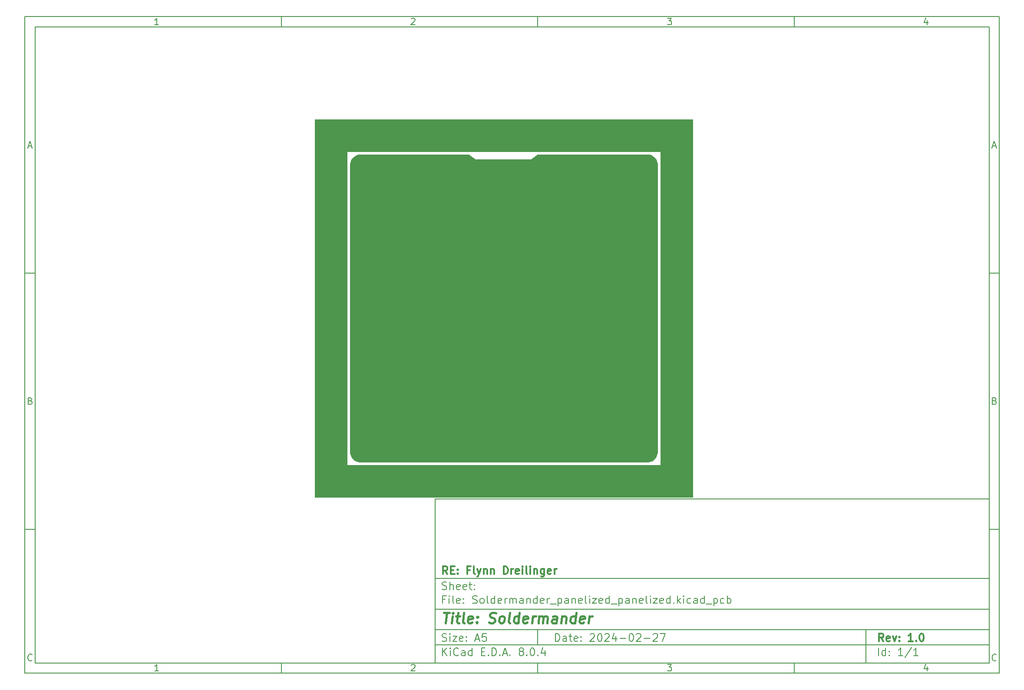
<source format=gbr>
%TF.GenerationSoftware,KiCad,Pcbnew,8.0.4*%
%TF.CreationDate,2024-07-26T00:04:39-07:00*%
%TF.ProjectId,Soldermander_panelized_panelized,536f6c64-6572-46d6-916e-6465725f7061,1.0*%
%TF.SameCoordinates,Original*%
%TF.FileFunction,Soldermask,Bot*%
%TF.FilePolarity,Negative*%
%FSLAX46Y46*%
G04 Gerber Fmt 4.6, Leading zero omitted, Abs format (unit mm)*
G04 Created by KiCad (PCBNEW 8.0.4) date 2024-07-26 00:04:39*
%MOMM*%
%LPD*%
G01*
G04 APERTURE LIST*
G04 Aperture macros list*
%AMRoundRect*
0 Rectangle with rounded corners*
0 $1 Rounding radius*
0 $2 $3 $4 $5 $6 $7 $8 $9 X,Y pos of 4 corners*
0 Add a 4 corners polygon primitive as box body*
4,1,4,$2,$3,$4,$5,$6,$7,$8,$9,$2,$3,0*
0 Add four circle primitives for the rounded corners*
1,1,$1+$1,$2,$3*
1,1,$1+$1,$4,$5*
1,1,$1+$1,$6,$7*
1,1,$1+$1,$8,$9*
0 Add four rect primitives between the rounded corners*
20,1,$1+$1,$2,$3,$4,$5,0*
20,1,$1+$1,$4,$5,$6,$7,0*
20,1,$1+$1,$6,$7,$8,$9,0*
20,1,$1+$1,$8,$9,$2,$3,0*%
G04 Aperture macros list end*
%ADD10C,0.100000*%
%ADD11C,0.150000*%
%ADD12C,0.300000*%
%ADD13C,0.400000*%
%ADD14C,0.010000*%
%ADD15C,4.700000*%
%ADD16R,1.308000X1.308000*%
%ADD17C,1.308000*%
%ADD18C,0.650000*%
%ADD19O,1.000000X2.100000*%
%ADD20O,1.000000X1.600000*%
%ADD21R,1.700000X1.700000*%
%ADD22O,1.700000X1.700000*%
%ADD23RoundRect,0.140000X-0.140000X-0.170000X0.140000X-0.170000X0.140000X0.170000X-0.140000X0.170000X0*%
%ADD24RoundRect,0.140000X0.140000X0.170000X-0.140000X0.170000X-0.140000X-0.170000X0.140000X-0.170000X0*%
%ADD25RoundRect,0.140000X0.170000X-0.140000X0.170000X0.140000X-0.170000X0.140000X-0.170000X-0.140000X0*%
%ADD26RoundRect,0.140000X-0.170000X0.140000X-0.170000X-0.140000X0.170000X-0.140000X0.170000X0.140000X0*%
%ADD27R,1.000000X1.000000*%
%ADD28RoundRect,0.147500X0.147500X0.172500X-0.147500X0.172500X-0.147500X-0.172500X0.147500X-0.172500X0*%
%ADD29RoundRect,0.147500X-0.147500X-0.172500X0.147500X-0.172500X0.147500X0.172500X-0.147500X0.172500X0*%
%ADD30RoundRect,0.135000X-0.035355X0.226274X-0.226274X0.035355X0.035355X-0.226274X0.226274X-0.035355X0*%
%ADD31RoundRect,0.140000X0.021213X-0.219203X0.219203X-0.021213X-0.021213X0.219203X-0.219203X0.021213X0*%
%ADD32RoundRect,0.135000X-0.135000X-0.185000X0.135000X-0.185000X0.135000X0.185000X-0.135000X0.185000X0*%
%ADD33C,3.000000*%
%ADD34RoundRect,0.225000X-0.225000X-0.250000X0.225000X-0.250000X0.225000X0.250000X-0.225000X0.250000X0*%
%ADD35RoundRect,0.135000X-0.185000X0.135000X-0.185000X-0.135000X0.185000X-0.135000X0.185000X0.135000X0*%
%ADD36R,0.230000X0.660000*%
%ADD37R,0.350000X0.660000*%
%ADD38RoundRect,0.135000X0.185000X-0.135000X0.185000X0.135000X-0.185000X0.135000X-0.185000X-0.135000X0*%
%ADD39RoundRect,0.135000X0.035355X-0.226274X0.226274X-0.035355X-0.035355X0.226274X-0.226274X0.035355X0*%
%ADD40RoundRect,0.140000X-0.021213X0.219203X-0.219203X0.021213X0.021213X-0.219203X0.219203X-0.021213X0*%
%ADD41RoundRect,0.225000X0.225000X0.250000X-0.225000X0.250000X-0.225000X-0.250000X0.225000X-0.250000X0*%
G04 APERTURE END LIST*
D10*
D11*
X90007200Y-104005800D02*
X198007200Y-104005800D01*
X198007200Y-136005800D01*
X90007200Y-136005800D01*
X90007200Y-104005800D01*
D10*
D11*
X10000000Y-10000000D02*
X200007200Y-10000000D01*
X200007200Y-138005800D01*
X10000000Y-138005800D01*
X10000000Y-10000000D01*
D10*
D11*
X12000000Y-12000000D02*
X198007200Y-12000000D01*
X198007200Y-136005800D01*
X12000000Y-136005800D01*
X12000000Y-12000000D01*
D10*
D11*
X60000000Y-12000000D02*
X60000000Y-10000000D01*
D10*
D11*
X110000000Y-12000000D02*
X110000000Y-10000000D01*
D10*
D11*
X160000000Y-12000000D02*
X160000000Y-10000000D01*
D10*
D11*
X36089160Y-11593604D02*
X35346303Y-11593604D01*
X35717731Y-11593604D02*
X35717731Y-10293604D01*
X35717731Y-10293604D02*
X35593922Y-10479319D01*
X35593922Y-10479319D02*
X35470112Y-10603128D01*
X35470112Y-10603128D02*
X35346303Y-10665033D01*
D10*
D11*
X85346303Y-10417414D02*
X85408207Y-10355509D01*
X85408207Y-10355509D02*
X85532017Y-10293604D01*
X85532017Y-10293604D02*
X85841541Y-10293604D01*
X85841541Y-10293604D02*
X85965350Y-10355509D01*
X85965350Y-10355509D02*
X86027255Y-10417414D01*
X86027255Y-10417414D02*
X86089160Y-10541223D01*
X86089160Y-10541223D02*
X86089160Y-10665033D01*
X86089160Y-10665033D02*
X86027255Y-10850747D01*
X86027255Y-10850747D02*
X85284398Y-11593604D01*
X85284398Y-11593604D02*
X86089160Y-11593604D01*
D10*
D11*
X135284398Y-10293604D02*
X136089160Y-10293604D01*
X136089160Y-10293604D02*
X135655826Y-10788842D01*
X135655826Y-10788842D02*
X135841541Y-10788842D01*
X135841541Y-10788842D02*
X135965350Y-10850747D01*
X135965350Y-10850747D02*
X136027255Y-10912652D01*
X136027255Y-10912652D02*
X136089160Y-11036461D01*
X136089160Y-11036461D02*
X136089160Y-11345985D01*
X136089160Y-11345985D02*
X136027255Y-11469795D01*
X136027255Y-11469795D02*
X135965350Y-11531700D01*
X135965350Y-11531700D02*
X135841541Y-11593604D01*
X135841541Y-11593604D02*
X135470112Y-11593604D01*
X135470112Y-11593604D02*
X135346303Y-11531700D01*
X135346303Y-11531700D02*
X135284398Y-11469795D01*
D10*
D11*
X185965350Y-10726938D02*
X185965350Y-11593604D01*
X185655826Y-10231700D02*
X185346303Y-11160271D01*
X185346303Y-11160271D02*
X186151064Y-11160271D01*
D10*
D11*
X60000000Y-136005800D02*
X60000000Y-138005800D01*
D10*
D11*
X110000000Y-136005800D02*
X110000000Y-138005800D01*
D10*
D11*
X160000000Y-136005800D02*
X160000000Y-138005800D01*
D10*
D11*
X36089160Y-137599404D02*
X35346303Y-137599404D01*
X35717731Y-137599404D02*
X35717731Y-136299404D01*
X35717731Y-136299404D02*
X35593922Y-136485119D01*
X35593922Y-136485119D02*
X35470112Y-136608928D01*
X35470112Y-136608928D02*
X35346303Y-136670833D01*
D10*
D11*
X85346303Y-136423214D02*
X85408207Y-136361309D01*
X85408207Y-136361309D02*
X85532017Y-136299404D01*
X85532017Y-136299404D02*
X85841541Y-136299404D01*
X85841541Y-136299404D02*
X85965350Y-136361309D01*
X85965350Y-136361309D02*
X86027255Y-136423214D01*
X86027255Y-136423214D02*
X86089160Y-136547023D01*
X86089160Y-136547023D02*
X86089160Y-136670833D01*
X86089160Y-136670833D02*
X86027255Y-136856547D01*
X86027255Y-136856547D02*
X85284398Y-137599404D01*
X85284398Y-137599404D02*
X86089160Y-137599404D01*
D10*
D11*
X135284398Y-136299404D02*
X136089160Y-136299404D01*
X136089160Y-136299404D02*
X135655826Y-136794642D01*
X135655826Y-136794642D02*
X135841541Y-136794642D01*
X135841541Y-136794642D02*
X135965350Y-136856547D01*
X135965350Y-136856547D02*
X136027255Y-136918452D01*
X136027255Y-136918452D02*
X136089160Y-137042261D01*
X136089160Y-137042261D02*
X136089160Y-137351785D01*
X136089160Y-137351785D02*
X136027255Y-137475595D01*
X136027255Y-137475595D02*
X135965350Y-137537500D01*
X135965350Y-137537500D02*
X135841541Y-137599404D01*
X135841541Y-137599404D02*
X135470112Y-137599404D01*
X135470112Y-137599404D02*
X135346303Y-137537500D01*
X135346303Y-137537500D02*
X135284398Y-137475595D01*
D10*
D11*
X185965350Y-136732738D02*
X185965350Y-137599404D01*
X185655826Y-136237500D02*
X185346303Y-137166071D01*
X185346303Y-137166071D02*
X186151064Y-137166071D01*
D10*
D11*
X10000000Y-60000000D02*
X12000000Y-60000000D01*
D10*
D11*
X10000000Y-110000000D02*
X12000000Y-110000000D01*
D10*
D11*
X10690476Y-35222176D02*
X11309523Y-35222176D01*
X10566666Y-35593604D02*
X10999999Y-34293604D01*
X10999999Y-34293604D02*
X11433333Y-35593604D01*
D10*
D11*
X11092857Y-84912652D02*
X11278571Y-84974557D01*
X11278571Y-84974557D02*
X11340476Y-85036461D01*
X11340476Y-85036461D02*
X11402380Y-85160271D01*
X11402380Y-85160271D02*
X11402380Y-85345985D01*
X11402380Y-85345985D02*
X11340476Y-85469795D01*
X11340476Y-85469795D02*
X11278571Y-85531700D01*
X11278571Y-85531700D02*
X11154761Y-85593604D01*
X11154761Y-85593604D02*
X10659523Y-85593604D01*
X10659523Y-85593604D02*
X10659523Y-84293604D01*
X10659523Y-84293604D02*
X11092857Y-84293604D01*
X11092857Y-84293604D02*
X11216666Y-84355509D01*
X11216666Y-84355509D02*
X11278571Y-84417414D01*
X11278571Y-84417414D02*
X11340476Y-84541223D01*
X11340476Y-84541223D02*
X11340476Y-84665033D01*
X11340476Y-84665033D02*
X11278571Y-84788842D01*
X11278571Y-84788842D02*
X11216666Y-84850747D01*
X11216666Y-84850747D02*
X11092857Y-84912652D01*
X11092857Y-84912652D02*
X10659523Y-84912652D01*
D10*
D11*
X11402380Y-135469795D02*
X11340476Y-135531700D01*
X11340476Y-135531700D02*
X11154761Y-135593604D01*
X11154761Y-135593604D02*
X11030952Y-135593604D01*
X11030952Y-135593604D02*
X10845238Y-135531700D01*
X10845238Y-135531700D02*
X10721428Y-135407890D01*
X10721428Y-135407890D02*
X10659523Y-135284080D01*
X10659523Y-135284080D02*
X10597619Y-135036461D01*
X10597619Y-135036461D02*
X10597619Y-134850747D01*
X10597619Y-134850747D02*
X10659523Y-134603128D01*
X10659523Y-134603128D02*
X10721428Y-134479319D01*
X10721428Y-134479319D02*
X10845238Y-134355509D01*
X10845238Y-134355509D02*
X11030952Y-134293604D01*
X11030952Y-134293604D02*
X11154761Y-134293604D01*
X11154761Y-134293604D02*
X11340476Y-134355509D01*
X11340476Y-134355509D02*
X11402380Y-134417414D01*
D10*
D11*
X200007200Y-60000000D02*
X198007200Y-60000000D01*
D10*
D11*
X200007200Y-110000000D02*
X198007200Y-110000000D01*
D10*
D11*
X198697676Y-35222176D02*
X199316723Y-35222176D01*
X198573866Y-35593604D02*
X199007199Y-34293604D01*
X199007199Y-34293604D02*
X199440533Y-35593604D01*
D10*
D11*
X199100057Y-84912652D02*
X199285771Y-84974557D01*
X199285771Y-84974557D02*
X199347676Y-85036461D01*
X199347676Y-85036461D02*
X199409580Y-85160271D01*
X199409580Y-85160271D02*
X199409580Y-85345985D01*
X199409580Y-85345985D02*
X199347676Y-85469795D01*
X199347676Y-85469795D02*
X199285771Y-85531700D01*
X199285771Y-85531700D02*
X199161961Y-85593604D01*
X199161961Y-85593604D02*
X198666723Y-85593604D01*
X198666723Y-85593604D02*
X198666723Y-84293604D01*
X198666723Y-84293604D02*
X199100057Y-84293604D01*
X199100057Y-84293604D02*
X199223866Y-84355509D01*
X199223866Y-84355509D02*
X199285771Y-84417414D01*
X199285771Y-84417414D02*
X199347676Y-84541223D01*
X199347676Y-84541223D02*
X199347676Y-84665033D01*
X199347676Y-84665033D02*
X199285771Y-84788842D01*
X199285771Y-84788842D02*
X199223866Y-84850747D01*
X199223866Y-84850747D02*
X199100057Y-84912652D01*
X199100057Y-84912652D02*
X198666723Y-84912652D01*
D10*
D11*
X199409580Y-135469795D02*
X199347676Y-135531700D01*
X199347676Y-135531700D02*
X199161961Y-135593604D01*
X199161961Y-135593604D02*
X199038152Y-135593604D01*
X199038152Y-135593604D02*
X198852438Y-135531700D01*
X198852438Y-135531700D02*
X198728628Y-135407890D01*
X198728628Y-135407890D02*
X198666723Y-135284080D01*
X198666723Y-135284080D02*
X198604819Y-135036461D01*
X198604819Y-135036461D02*
X198604819Y-134850747D01*
X198604819Y-134850747D02*
X198666723Y-134603128D01*
X198666723Y-134603128D02*
X198728628Y-134479319D01*
X198728628Y-134479319D02*
X198852438Y-134355509D01*
X198852438Y-134355509D02*
X199038152Y-134293604D01*
X199038152Y-134293604D02*
X199161961Y-134293604D01*
X199161961Y-134293604D02*
X199347676Y-134355509D01*
X199347676Y-134355509D02*
X199409580Y-134417414D01*
D10*
D11*
X113463026Y-131791928D02*
X113463026Y-130291928D01*
X113463026Y-130291928D02*
X113820169Y-130291928D01*
X113820169Y-130291928D02*
X114034455Y-130363357D01*
X114034455Y-130363357D02*
X114177312Y-130506214D01*
X114177312Y-130506214D02*
X114248741Y-130649071D01*
X114248741Y-130649071D02*
X114320169Y-130934785D01*
X114320169Y-130934785D02*
X114320169Y-131149071D01*
X114320169Y-131149071D02*
X114248741Y-131434785D01*
X114248741Y-131434785D02*
X114177312Y-131577642D01*
X114177312Y-131577642D02*
X114034455Y-131720500D01*
X114034455Y-131720500D02*
X113820169Y-131791928D01*
X113820169Y-131791928D02*
X113463026Y-131791928D01*
X115605884Y-131791928D02*
X115605884Y-131006214D01*
X115605884Y-131006214D02*
X115534455Y-130863357D01*
X115534455Y-130863357D02*
X115391598Y-130791928D01*
X115391598Y-130791928D02*
X115105884Y-130791928D01*
X115105884Y-130791928D02*
X114963026Y-130863357D01*
X115605884Y-131720500D02*
X115463026Y-131791928D01*
X115463026Y-131791928D02*
X115105884Y-131791928D01*
X115105884Y-131791928D02*
X114963026Y-131720500D01*
X114963026Y-131720500D02*
X114891598Y-131577642D01*
X114891598Y-131577642D02*
X114891598Y-131434785D01*
X114891598Y-131434785D02*
X114963026Y-131291928D01*
X114963026Y-131291928D02*
X115105884Y-131220500D01*
X115105884Y-131220500D02*
X115463026Y-131220500D01*
X115463026Y-131220500D02*
X115605884Y-131149071D01*
X116105884Y-130791928D02*
X116677312Y-130791928D01*
X116320169Y-130291928D02*
X116320169Y-131577642D01*
X116320169Y-131577642D02*
X116391598Y-131720500D01*
X116391598Y-131720500D02*
X116534455Y-131791928D01*
X116534455Y-131791928D02*
X116677312Y-131791928D01*
X117748741Y-131720500D02*
X117605884Y-131791928D01*
X117605884Y-131791928D02*
X117320170Y-131791928D01*
X117320170Y-131791928D02*
X117177312Y-131720500D01*
X117177312Y-131720500D02*
X117105884Y-131577642D01*
X117105884Y-131577642D02*
X117105884Y-131006214D01*
X117105884Y-131006214D02*
X117177312Y-130863357D01*
X117177312Y-130863357D02*
X117320170Y-130791928D01*
X117320170Y-130791928D02*
X117605884Y-130791928D01*
X117605884Y-130791928D02*
X117748741Y-130863357D01*
X117748741Y-130863357D02*
X117820170Y-131006214D01*
X117820170Y-131006214D02*
X117820170Y-131149071D01*
X117820170Y-131149071D02*
X117105884Y-131291928D01*
X118463026Y-131649071D02*
X118534455Y-131720500D01*
X118534455Y-131720500D02*
X118463026Y-131791928D01*
X118463026Y-131791928D02*
X118391598Y-131720500D01*
X118391598Y-131720500D02*
X118463026Y-131649071D01*
X118463026Y-131649071D02*
X118463026Y-131791928D01*
X118463026Y-130863357D02*
X118534455Y-130934785D01*
X118534455Y-130934785D02*
X118463026Y-131006214D01*
X118463026Y-131006214D02*
X118391598Y-130934785D01*
X118391598Y-130934785D02*
X118463026Y-130863357D01*
X118463026Y-130863357D02*
X118463026Y-131006214D01*
X120248741Y-130434785D02*
X120320169Y-130363357D01*
X120320169Y-130363357D02*
X120463027Y-130291928D01*
X120463027Y-130291928D02*
X120820169Y-130291928D01*
X120820169Y-130291928D02*
X120963027Y-130363357D01*
X120963027Y-130363357D02*
X121034455Y-130434785D01*
X121034455Y-130434785D02*
X121105884Y-130577642D01*
X121105884Y-130577642D02*
X121105884Y-130720500D01*
X121105884Y-130720500D02*
X121034455Y-130934785D01*
X121034455Y-130934785D02*
X120177312Y-131791928D01*
X120177312Y-131791928D02*
X121105884Y-131791928D01*
X122034455Y-130291928D02*
X122177312Y-130291928D01*
X122177312Y-130291928D02*
X122320169Y-130363357D01*
X122320169Y-130363357D02*
X122391598Y-130434785D01*
X122391598Y-130434785D02*
X122463026Y-130577642D01*
X122463026Y-130577642D02*
X122534455Y-130863357D01*
X122534455Y-130863357D02*
X122534455Y-131220500D01*
X122534455Y-131220500D02*
X122463026Y-131506214D01*
X122463026Y-131506214D02*
X122391598Y-131649071D01*
X122391598Y-131649071D02*
X122320169Y-131720500D01*
X122320169Y-131720500D02*
X122177312Y-131791928D01*
X122177312Y-131791928D02*
X122034455Y-131791928D01*
X122034455Y-131791928D02*
X121891598Y-131720500D01*
X121891598Y-131720500D02*
X121820169Y-131649071D01*
X121820169Y-131649071D02*
X121748740Y-131506214D01*
X121748740Y-131506214D02*
X121677312Y-131220500D01*
X121677312Y-131220500D02*
X121677312Y-130863357D01*
X121677312Y-130863357D02*
X121748740Y-130577642D01*
X121748740Y-130577642D02*
X121820169Y-130434785D01*
X121820169Y-130434785D02*
X121891598Y-130363357D01*
X121891598Y-130363357D02*
X122034455Y-130291928D01*
X123105883Y-130434785D02*
X123177311Y-130363357D01*
X123177311Y-130363357D02*
X123320169Y-130291928D01*
X123320169Y-130291928D02*
X123677311Y-130291928D01*
X123677311Y-130291928D02*
X123820169Y-130363357D01*
X123820169Y-130363357D02*
X123891597Y-130434785D01*
X123891597Y-130434785D02*
X123963026Y-130577642D01*
X123963026Y-130577642D02*
X123963026Y-130720500D01*
X123963026Y-130720500D02*
X123891597Y-130934785D01*
X123891597Y-130934785D02*
X123034454Y-131791928D01*
X123034454Y-131791928D02*
X123963026Y-131791928D01*
X125248740Y-130791928D02*
X125248740Y-131791928D01*
X124891597Y-130220500D02*
X124534454Y-131291928D01*
X124534454Y-131291928D02*
X125463025Y-131291928D01*
X126034453Y-131220500D02*
X127177311Y-131220500D01*
X128177311Y-130291928D02*
X128320168Y-130291928D01*
X128320168Y-130291928D02*
X128463025Y-130363357D01*
X128463025Y-130363357D02*
X128534454Y-130434785D01*
X128534454Y-130434785D02*
X128605882Y-130577642D01*
X128605882Y-130577642D02*
X128677311Y-130863357D01*
X128677311Y-130863357D02*
X128677311Y-131220500D01*
X128677311Y-131220500D02*
X128605882Y-131506214D01*
X128605882Y-131506214D02*
X128534454Y-131649071D01*
X128534454Y-131649071D02*
X128463025Y-131720500D01*
X128463025Y-131720500D02*
X128320168Y-131791928D01*
X128320168Y-131791928D02*
X128177311Y-131791928D01*
X128177311Y-131791928D02*
X128034454Y-131720500D01*
X128034454Y-131720500D02*
X127963025Y-131649071D01*
X127963025Y-131649071D02*
X127891596Y-131506214D01*
X127891596Y-131506214D02*
X127820168Y-131220500D01*
X127820168Y-131220500D02*
X127820168Y-130863357D01*
X127820168Y-130863357D02*
X127891596Y-130577642D01*
X127891596Y-130577642D02*
X127963025Y-130434785D01*
X127963025Y-130434785D02*
X128034454Y-130363357D01*
X128034454Y-130363357D02*
X128177311Y-130291928D01*
X129248739Y-130434785D02*
X129320167Y-130363357D01*
X129320167Y-130363357D02*
X129463025Y-130291928D01*
X129463025Y-130291928D02*
X129820167Y-130291928D01*
X129820167Y-130291928D02*
X129963025Y-130363357D01*
X129963025Y-130363357D02*
X130034453Y-130434785D01*
X130034453Y-130434785D02*
X130105882Y-130577642D01*
X130105882Y-130577642D02*
X130105882Y-130720500D01*
X130105882Y-130720500D02*
X130034453Y-130934785D01*
X130034453Y-130934785D02*
X129177310Y-131791928D01*
X129177310Y-131791928D02*
X130105882Y-131791928D01*
X130748738Y-131220500D02*
X131891596Y-131220500D01*
X132534453Y-130434785D02*
X132605881Y-130363357D01*
X132605881Y-130363357D02*
X132748739Y-130291928D01*
X132748739Y-130291928D02*
X133105881Y-130291928D01*
X133105881Y-130291928D02*
X133248739Y-130363357D01*
X133248739Y-130363357D02*
X133320167Y-130434785D01*
X133320167Y-130434785D02*
X133391596Y-130577642D01*
X133391596Y-130577642D02*
X133391596Y-130720500D01*
X133391596Y-130720500D02*
X133320167Y-130934785D01*
X133320167Y-130934785D02*
X132463024Y-131791928D01*
X132463024Y-131791928D02*
X133391596Y-131791928D01*
X133891595Y-130291928D02*
X134891595Y-130291928D01*
X134891595Y-130291928D02*
X134248738Y-131791928D01*
D10*
D11*
X90007200Y-132505800D02*
X198007200Y-132505800D01*
D10*
D11*
X91463026Y-134591928D02*
X91463026Y-133091928D01*
X92320169Y-134591928D02*
X91677312Y-133734785D01*
X92320169Y-133091928D02*
X91463026Y-133949071D01*
X92963026Y-134591928D02*
X92963026Y-133591928D01*
X92963026Y-133091928D02*
X92891598Y-133163357D01*
X92891598Y-133163357D02*
X92963026Y-133234785D01*
X92963026Y-133234785D02*
X93034455Y-133163357D01*
X93034455Y-133163357D02*
X92963026Y-133091928D01*
X92963026Y-133091928D02*
X92963026Y-133234785D01*
X94534455Y-134449071D02*
X94463027Y-134520500D01*
X94463027Y-134520500D02*
X94248741Y-134591928D01*
X94248741Y-134591928D02*
X94105884Y-134591928D01*
X94105884Y-134591928D02*
X93891598Y-134520500D01*
X93891598Y-134520500D02*
X93748741Y-134377642D01*
X93748741Y-134377642D02*
X93677312Y-134234785D01*
X93677312Y-134234785D02*
X93605884Y-133949071D01*
X93605884Y-133949071D02*
X93605884Y-133734785D01*
X93605884Y-133734785D02*
X93677312Y-133449071D01*
X93677312Y-133449071D02*
X93748741Y-133306214D01*
X93748741Y-133306214D02*
X93891598Y-133163357D01*
X93891598Y-133163357D02*
X94105884Y-133091928D01*
X94105884Y-133091928D02*
X94248741Y-133091928D01*
X94248741Y-133091928D02*
X94463027Y-133163357D01*
X94463027Y-133163357D02*
X94534455Y-133234785D01*
X95820170Y-134591928D02*
X95820170Y-133806214D01*
X95820170Y-133806214D02*
X95748741Y-133663357D01*
X95748741Y-133663357D02*
X95605884Y-133591928D01*
X95605884Y-133591928D02*
X95320170Y-133591928D01*
X95320170Y-133591928D02*
X95177312Y-133663357D01*
X95820170Y-134520500D02*
X95677312Y-134591928D01*
X95677312Y-134591928D02*
X95320170Y-134591928D01*
X95320170Y-134591928D02*
X95177312Y-134520500D01*
X95177312Y-134520500D02*
X95105884Y-134377642D01*
X95105884Y-134377642D02*
X95105884Y-134234785D01*
X95105884Y-134234785D02*
X95177312Y-134091928D01*
X95177312Y-134091928D02*
X95320170Y-134020500D01*
X95320170Y-134020500D02*
X95677312Y-134020500D01*
X95677312Y-134020500D02*
X95820170Y-133949071D01*
X97177313Y-134591928D02*
X97177313Y-133091928D01*
X97177313Y-134520500D02*
X97034455Y-134591928D01*
X97034455Y-134591928D02*
X96748741Y-134591928D01*
X96748741Y-134591928D02*
X96605884Y-134520500D01*
X96605884Y-134520500D02*
X96534455Y-134449071D01*
X96534455Y-134449071D02*
X96463027Y-134306214D01*
X96463027Y-134306214D02*
X96463027Y-133877642D01*
X96463027Y-133877642D02*
X96534455Y-133734785D01*
X96534455Y-133734785D02*
X96605884Y-133663357D01*
X96605884Y-133663357D02*
X96748741Y-133591928D01*
X96748741Y-133591928D02*
X97034455Y-133591928D01*
X97034455Y-133591928D02*
X97177313Y-133663357D01*
X99034455Y-133806214D02*
X99534455Y-133806214D01*
X99748741Y-134591928D02*
X99034455Y-134591928D01*
X99034455Y-134591928D02*
X99034455Y-133091928D01*
X99034455Y-133091928D02*
X99748741Y-133091928D01*
X100391598Y-134449071D02*
X100463027Y-134520500D01*
X100463027Y-134520500D02*
X100391598Y-134591928D01*
X100391598Y-134591928D02*
X100320170Y-134520500D01*
X100320170Y-134520500D02*
X100391598Y-134449071D01*
X100391598Y-134449071D02*
X100391598Y-134591928D01*
X101105884Y-134591928D02*
X101105884Y-133091928D01*
X101105884Y-133091928D02*
X101463027Y-133091928D01*
X101463027Y-133091928D02*
X101677313Y-133163357D01*
X101677313Y-133163357D02*
X101820170Y-133306214D01*
X101820170Y-133306214D02*
X101891599Y-133449071D01*
X101891599Y-133449071D02*
X101963027Y-133734785D01*
X101963027Y-133734785D02*
X101963027Y-133949071D01*
X101963027Y-133949071D02*
X101891599Y-134234785D01*
X101891599Y-134234785D02*
X101820170Y-134377642D01*
X101820170Y-134377642D02*
X101677313Y-134520500D01*
X101677313Y-134520500D02*
X101463027Y-134591928D01*
X101463027Y-134591928D02*
X101105884Y-134591928D01*
X102605884Y-134449071D02*
X102677313Y-134520500D01*
X102677313Y-134520500D02*
X102605884Y-134591928D01*
X102605884Y-134591928D02*
X102534456Y-134520500D01*
X102534456Y-134520500D02*
X102605884Y-134449071D01*
X102605884Y-134449071D02*
X102605884Y-134591928D01*
X103248742Y-134163357D02*
X103963028Y-134163357D01*
X103105885Y-134591928D02*
X103605885Y-133091928D01*
X103605885Y-133091928D02*
X104105885Y-134591928D01*
X104605884Y-134449071D02*
X104677313Y-134520500D01*
X104677313Y-134520500D02*
X104605884Y-134591928D01*
X104605884Y-134591928D02*
X104534456Y-134520500D01*
X104534456Y-134520500D02*
X104605884Y-134449071D01*
X104605884Y-134449071D02*
X104605884Y-134591928D01*
X106677313Y-133734785D02*
X106534456Y-133663357D01*
X106534456Y-133663357D02*
X106463027Y-133591928D01*
X106463027Y-133591928D02*
X106391599Y-133449071D01*
X106391599Y-133449071D02*
X106391599Y-133377642D01*
X106391599Y-133377642D02*
X106463027Y-133234785D01*
X106463027Y-133234785D02*
X106534456Y-133163357D01*
X106534456Y-133163357D02*
X106677313Y-133091928D01*
X106677313Y-133091928D02*
X106963027Y-133091928D01*
X106963027Y-133091928D02*
X107105885Y-133163357D01*
X107105885Y-133163357D02*
X107177313Y-133234785D01*
X107177313Y-133234785D02*
X107248742Y-133377642D01*
X107248742Y-133377642D02*
X107248742Y-133449071D01*
X107248742Y-133449071D02*
X107177313Y-133591928D01*
X107177313Y-133591928D02*
X107105885Y-133663357D01*
X107105885Y-133663357D02*
X106963027Y-133734785D01*
X106963027Y-133734785D02*
X106677313Y-133734785D01*
X106677313Y-133734785D02*
X106534456Y-133806214D01*
X106534456Y-133806214D02*
X106463027Y-133877642D01*
X106463027Y-133877642D02*
X106391599Y-134020500D01*
X106391599Y-134020500D02*
X106391599Y-134306214D01*
X106391599Y-134306214D02*
X106463027Y-134449071D01*
X106463027Y-134449071D02*
X106534456Y-134520500D01*
X106534456Y-134520500D02*
X106677313Y-134591928D01*
X106677313Y-134591928D02*
X106963027Y-134591928D01*
X106963027Y-134591928D02*
X107105885Y-134520500D01*
X107105885Y-134520500D02*
X107177313Y-134449071D01*
X107177313Y-134449071D02*
X107248742Y-134306214D01*
X107248742Y-134306214D02*
X107248742Y-134020500D01*
X107248742Y-134020500D02*
X107177313Y-133877642D01*
X107177313Y-133877642D02*
X107105885Y-133806214D01*
X107105885Y-133806214D02*
X106963027Y-133734785D01*
X107891598Y-134449071D02*
X107963027Y-134520500D01*
X107963027Y-134520500D02*
X107891598Y-134591928D01*
X107891598Y-134591928D02*
X107820170Y-134520500D01*
X107820170Y-134520500D02*
X107891598Y-134449071D01*
X107891598Y-134449071D02*
X107891598Y-134591928D01*
X108891599Y-133091928D02*
X109034456Y-133091928D01*
X109034456Y-133091928D02*
X109177313Y-133163357D01*
X109177313Y-133163357D02*
X109248742Y-133234785D01*
X109248742Y-133234785D02*
X109320170Y-133377642D01*
X109320170Y-133377642D02*
X109391599Y-133663357D01*
X109391599Y-133663357D02*
X109391599Y-134020500D01*
X109391599Y-134020500D02*
X109320170Y-134306214D01*
X109320170Y-134306214D02*
X109248742Y-134449071D01*
X109248742Y-134449071D02*
X109177313Y-134520500D01*
X109177313Y-134520500D02*
X109034456Y-134591928D01*
X109034456Y-134591928D02*
X108891599Y-134591928D01*
X108891599Y-134591928D02*
X108748742Y-134520500D01*
X108748742Y-134520500D02*
X108677313Y-134449071D01*
X108677313Y-134449071D02*
X108605884Y-134306214D01*
X108605884Y-134306214D02*
X108534456Y-134020500D01*
X108534456Y-134020500D02*
X108534456Y-133663357D01*
X108534456Y-133663357D02*
X108605884Y-133377642D01*
X108605884Y-133377642D02*
X108677313Y-133234785D01*
X108677313Y-133234785D02*
X108748742Y-133163357D01*
X108748742Y-133163357D02*
X108891599Y-133091928D01*
X110034455Y-134449071D02*
X110105884Y-134520500D01*
X110105884Y-134520500D02*
X110034455Y-134591928D01*
X110034455Y-134591928D02*
X109963027Y-134520500D01*
X109963027Y-134520500D02*
X110034455Y-134449071D01*
X110034455Y-134449071D02*
X110034455Y-134591928D01*
X111391599Y-133591928D02*
X111391599Y-134591928D01*
X111034456Y-133020500D02*
X110677313Y-134091928D01*
X110677313Y-134091928D02*
X111605884Y-134091928D01*
D10*
D11*
X90007200Y-129505800D02*
X198007200Y-129505800D01*
D10*
D12*
X177418853Y-131784128D02*
X176918853Y-131069842D01*
X176561710Y-131784128D02*
X176561710Y-130284128D01*
X176561710Y-130284128D02*
X177133139Y-130284128D01*
X177133139Y-130284128D02*
X177275996Y-130355557D01*
X177275996Y-130355557D02*
X177347425Y-130426985D01*
X177347425Y-130426985D02*
X177418853Y-130569842D01*
X177418853Y-130569842D02*
X177418853Y-130784128D01*
X177418853Y-130784128D02*
X177347425Y-130926985D01*
X177347425Y-130926985D02*
X177275996Y-130998414D01*
X177275996Y-130998414D02*
X177133139Y-131069842D01*
X177133139Y-131069842D02*
X176561710Y-131069842D01*
X178633139Y-131712700D02*
X178490282Y-131784128D01*
X178490282Y-131784128D02*
X178204568Y-131784128D01*
X178204568Y-131784128D02*
X178061710Y-131712700D01*
X178061710Y-131712700D02*
X177990282Y-131569842D01*
X177990282Y-131569842D02*
X177990282Y-130998414D01*
X177990282Y-130998414D02*
X178061710Y-130855557D01*
X178061710Y-130855557D02*
X178204568Y-130784128D01*
X178204568Y-130784128D02*
X178490282Y-130784128D01*
X178490282Y-130784128D02*
X178633139Y-130855557D01*
X178633139Y-130855557D02*
X178704568Y-130998414D01*
X178704568Y-130998414D02*
X178704568Y-131141271D01*
X178704568Y-131141271D02*
X177990282Y-131284128D01*
X179204567Y-130784128D02*
X179561710Y-131784128D01*
X179561710Y-131784128D02*
X179918853Y-130784128D01*
X180490281Y-131641271D02*
X180561710Y-131712700D01*
X180561710Y-131712700D02*
X180490281Y-131784128D01*
X180490281Y-131784128D02*
X180418853Y-131712700D01*
X180418853Y-131712700D02*
X180490281Y-131641271D01*
X180490281Y-131641271D02*
X180490281Y-131784128D01*
X180490281Y-130855557D02*
X180561710Y-130926985D01*
X180561710Y-130926985D02*
X180490281Y-130998414D01*
X180490281Y-130998414D02*
X180418853Y-130926985D01*
X180418853Y-130926985D02*
X180490281Y-130855557D01*
X180490281Y-130855557D02*
X180490281Y-130998414D01*
X183133139Y-131784128D02*
X182275996Y-131784128D01*
X182704567Y-131784128D02*
X182704567Y-130284128D01*
X182704567Y-130284128D02*
X182561710Y-130498414D01*
X182561710Y-130498414D02*
X182418853Y-130641271D01*
X182418853Y-130641271D02*
X182275996Y-130712700D01*
X183775995Y-131641271D02*
X183847424Y-131712700D01*
X183847424Y-131712700D02*
X183775995Y-131784128D01*
X183775995Y-131784128D02*
X183704567Y-131712700D01*
X183704567Y-131712700D02*
X183775995Y-131641271D01*
X183775995Y-131641271D02*
X183775995Y-131784128D01*
X184775996Y-130284128D02*
X184918853Y-130284128D01*
X184918853Y-130284128D02*
X185061710Y-130355557D01*
X185061710Y-130355557D02*
X185133139Y-130426985D01*
X185133139Y-130426985D02*
X185204567Y-130569842D01*
X185204567Y-130569842D02*
X185275996Y-130855557D01*
X185275996Y-130855557D02*
X185275996Y-131212700D01*
X185275996Y-131212700D02*
X185204567Y-131498414D01*
X185204567Y-131498414D02*
X185133139Y-131641271D01*
X185133139Y-131641271D02*
X185061710Y-131712700D01*
X185061710Y-131712700D02*
X184918853Y-131784128D01*
X184918853Y-131784128D02*
X184775996Y-131784128D01*
X184775996Y-131784128D02*
X184633139Y-131712700D01*
X184633139Y-131712700D02*
X184561710Y-131641271D01*
X184561710Y-131641271D02*
X184490281Y-131498414D01*
X184490281Y-131498414D02*
X184418853Y-131212700D01*
X184418853Y-131212700D02*
X184418853Y-130855557D01*
X184418853Y-130855557D02*
X184490281Y-130569842D01*
X184490281Y-130569842D02*
X184561710Y-130426985D01*
X184561710Y-130426985D02*
X184633139Y-130355557D01*
X184633139Y-130355557D02*
X184775996Y-130284128D01*
D10*
D11*
X91391598Y-131720500D02*
X91605884Y-131791928D01*
X91605884Y-131791928D02*
X91963026Y-131791928D01*
X91963026Y-131791928D02*
X92105884Y-131720500D01*
X92105884Y-131720500D02*
X92177312Y-131649071D01*
X92177312Y-131649071D02*
X92248741Y-131506214D01*
X92248741Y-131506214D02*
X92248741Y-131363357D01*
X92248741Y-131363357D02*
X92177312Y-131220500D01*
X92177312Y-131220500D02*
X92105884Y-131149071D01*
X92105884Y-131149071D02*
X91963026Y-131077642D01*
X91963026Y-131077642D02*
X91677312Y-131006214D01*
X91677312Y-131006214D02*
X91534455Y-130934785D01*
X91534455Y-130934785D02*
X91463026Y-130863357D01*
X91463026Y-130863357D02*
X91391598Y-130720500D01*
X91391598Y-130720500D02*
X91391598Y-130577642D01*
X91391598Y-130577642D02*
X91463026Y-130434785D01*
X91463026Y-130434785D02*
X91534455Y-130363357D01*
X91534455Y-130363357D02*
X91677312Y-130291928D01*
X91677312Y-130291928D02*
X92034455Y-130291928D01*
X92034455Y-130291928D02*
X92248741Y-130363357D01*
X92891597Y-131791928D02*
X92891597Y-130791928D01*
X92891597Y-130291928D02*
X92820169Y-130363357D01*
X92820169Y-130363357D02*
X92891597Y-130434785D01*
X92891597Y-130434785D02*
X92963026Y-130363357D01*
X92963026Y-130363357D02*
X92891597Y-130291928D01*
X92891597Y-130291928D02*
X92891597Y-130434785D01*
X93463026Y-130791928D02*
X94248741Y-130791928D01*
X94248741Y-130791928D02*
X93463026Y-131791928D01*
X93463026Y-131791928D02*
X94248741Y-131791928D01*
X95391598Y-131720500D02*
X95248741Y-131791928D01*
X95248741Y-131791928D02*
X94963027Y-131791928D01*
X94963027Y-131791928D02*
X94820169Y-131720500D01*
X94820169Y-131720500D02*
X94748741Y-131577642D01*
X94748741Y-131577642D02*
X94748741Y-131006214D01*
X94748741Y-131006214D02*
X94820169Y-130863357D01*
X94820169Y-130863357D02*
X94963027Y-130791928D01*
X94963027Y-130791928D02*
X95248741Y-130791928D01*
X95248741Y-130791928D02*
X95391598Y-130863357D01*
X95391598Y-130863357D02*
X95463027Y-131006214D01*
X95463027Y-131006214D02*
X95463027Y-131149071D01*
X95463027Y-131149071D02*
X94748741Y-131291928D01*
X96105883Y-131649071D02*
X96177312Y-131720500D01*
X96177312Y-131720500D02*
X96105883Y-131791928D01*
X96105883Y-131791928D02*
X96034455Y-131720500D01*
X96034455Y-131720500D02*
X96105883Y-131649071D01*
X96105883Y-131649071D02*
X96105883Y-131791928D01*
X96105883Y-130863357D02*
X96177312Y-130934785D01*
X96177312Y-130934785D02*
X96105883Y-131006214D01*
X96105883Y-131006214D02*
X96034455Y-130934785D01*
X96034455Y-130934785D02*
X96105883Y-130863357D01*
X96105883Y-130863357D02*
X96105883Y-131006214D01*
X97891598Y-131363357D02*
X98605884Y-131363357D01*
X97748741Y-131791928D02*
X98248741Y-130291928D01*
X98248741Y-130291928D02*
X98748741Y-131791928D01*
X99963026Y-130291928D02*
X99248740Y-130291928D01*
X99248740Y-130291928D02*
X99177312Y-131006214D01*
X99177312Y-131006214D02*
X99248740Y-130934785D01*
X99248740Y-130934785D02*
X99391598Y-130863357D01*
X99391598Y-130863357D02*
X99748740Y-130863357D01*
X99748740Y-130863357D02*
X99891598Y-130934785D01*
X99891598Y-130934785D02*
X99963026Y-131006214D01*
X99963026Y-131006214D02*
X100034455Y-131149071D01*
X100034455Y-131149071D02*
X100034455Y-131506214D01*
X100034455Y-131506214D02*
X99963026Y-131649071D01*
X99963026Y-131649071D02*
X99891598Y-131720500D01*
X99891598Y-131720500D02*
X99748740Y-131791928D01*
X99748740Y-131791928D02*
X99391598Y-131791928D01*
X99391598Y-131791928D02*
X99248740Y-131720500D01*
X99248740Y-131720500D02*
X99177312Y-131649071D01*
D10*
D11*
X176463026Y-134591928D02*
X176463026Y-133091928D01*
X177820170Y-134591928D02*
X177820170Y-133091928D01*
X177820170Y-134520500D02*
X177677312Y-134591928D01*
X177677312Y-134591928D02*
X177391598Y-134591928D01*
X177391598Y-134591928D02*
X177248741Y-134520500D01*
X177248741Y-134520500D02*
X177177312Y-134449071D01*
X177177312Y-134449071D02*
X177105884Y-134306214D01*
X177105884Y-134306214D02*
X177105884Y-133877642D01*
X177105884Y-133877642D02*
X177177312Y-133734785D01*
X177177312Y-133734785D02*
X177248741Y-133663357D01*
X177248741Y-133663357D02*
X177391598Y-133591928D01*
X177391598Y-133591928D02*
X177677312Y-133591928D01*
X177677312Y-133591928D02*
X177820170Y-133663357D01*
X178534455Y-134449071D02*
X178605884Y-134520500D01*
X178605884Y-134520500D02*
X178534455Y-134591928D01*
X178534455Y-134591928D02*
X178463027Y-134520500D01*
X178463027Y-134520500D02*
X178534455Y-134449071D01*
X178534455Y-134449071D02*
X178534455Y-134591928D01*
X178534455Y-133663357D02*
X178605884Y-133734785D01*
X178605884Y-133734785D02*
X178534455Y-133806214D01*
X178534455Y-133806214D02*
X178463027Y-133734785D01*
X178463027Y-133734785D02*
X178534455Y-133663357D01*
X178534455Y-133663357D02*
X178534455Y-133806214D01*
X181177313Y-134591928D02*
X180320170Y-134591928D01*
X180748741Y-134591928D02*
X180748741Y-133091928D01*
X180748741Y-133091928D02*
X180605884Y-133306214D01*
X180605884Y-133306214D02*
X180463027Y-133449071D01*
X180463027Y-133449071D02*
X180320170Y-133520500D01*
X182891598Y-133020500D02*
X181605884Y-134949071D01*
X184177313Y-134591928D02*
X183320170Y-134591928D01*
X183748741Y-134591928D02*
X183748741Y-133091928D01*
X183748741Y-133091928D02*
X183605884Y-133306214D01*
X183605884Y-133306214D02*
X183463027Y-133449071D01*
X183463027Y-133449071D02*
X183320170Y-133520500D01*
D10*
D11*
X90007200Y-125505800D02*
X198007200Y-125505800D01*
D10*
D13*
X91698928Y-126210238D02*
X92841785Y-126210238D01*
X92020357Y-128210238D02*
X92270357Y-126210238D01*
X93258452Y-128210238D02*
X93425119Y-126876904D01*
X93508452Y-126210238D02*
X93401309Y-126305476D01*
X93401309Y-126305476D02*
X93484643Y-126400714D01*
X93484643Y-126400714D02*
X93591786Y-126305476D01*
X93591786Y-126305476D02*
X93508452Y-126210238D01*
X93508452Y-126210238D02*
X93484643Y-126400714D01*
X94091786Y-126876904D02*
X94853690Y-126876904D01*
X94460833Y-126210238D02*
X94246548Y-127924523D01*
X94246548Y-127924523D02*
X94317976Y-128115000D01*
X94317976Y-128115000D02*
X94496548Y-128210238D01*
X94496548Y-128210238D02*
X94687024Y-128210238D01*
X95639405Y-128210238D02*
X95460833Y-128115000D01*
X95460833Y-128115000D02*
X95389405Y-127924523D01*
X95389405Y-127924523D02*
X95603690Y-126210238D01*
X97175119Y-128115000D02*
X96972738Y-128210238D01*
X96972738Y-128210238D02*
X96591785Y-128210238D01*
X96591785Y-128210238D02*
X96413214Y-128115000D01*
X96413214Y-128115000D02*
X96341785Y-127924523D01*
X96341785Y-127924523D02*
X96437024Y-127162619D01*
X96437024Y-127162619D02*
X96556071Y-126972142D01*
X96556071Y-126972142D02*
X96758452Y-126876904D01*
X96758452Y-126876904D02*
X97139404Y-126876904D01*
X97139404Y-126876904D02*
X97317976Y-126972142D01*
X97317976Y-126972142D02*
X97389404Y-127162619D01*
X97389404Y-127162619D02*
X97365595Y-127353095D01*
X97365595Y-127353095D02*
X96389404Y-127543571D01*
X98139405Y-128019761D02*
X98222738Y-128115000D01*
X98222738Y-128115000D02*
X98115595Y-128210238D01*
X98115595Y-128210238D02*
X98032262Y-128115000D01*
X98032262Y-128115000D02*
X98139405Y-128019761D01*
X98139405Y-128019761D02*
X98115595Y-128210238D01*
X98270357Y-126972142D02*
X98353690Y-127067380D01*
X98353690Y-127067380D02*
X98246548Y-127162619D01*
X98246548Y-127162619D02*
X98163214Y-127067380D01*
X98163214Y-127067380D02*
X98270357Y-126972142D01*
X98270357Y-126972142D02*
X98246548Y-127162619D01*
X100508453Y-128115000D02*
X100782262Y-128210238D01*
X100782262Y-128210238D02*
X101258453Y-128210238D01*
X101258453Y-128210238D02*
X101460834Y-128115000D01*
X101460834Y-128115000D02*
X101567977Y-128019761D01*
X101567977Y-128019761D02*
X101687024Y-127829285D01*
X101687024Y-127829285D02*
X101710834Y-127638809D01*
X101710834Y-127638809D02*
X101639405Y-127448333D01*
X101639405Y-127448333D02*
X101556072Y-127353095D01*
X101556072Y-127353095D02*
X101377501Y-127257857D01*
X101377501Y-127257857D02*
X101008453Y-127162619D01*
X101008453Y-127162619D02*
X100829881Y-127067380D01*
X100829881Y-127067380D02*
X100746548Y-126972142D01*
X100746548Y-126972142D02*
X100675120Y-126781666D01*
X100675120Y-126781666D02*
X100698929Y-126591190D01*
X100698929Y-126591190D02*
X100817977Y-126400714D01*
X100817977Y-126400714D02*
X100925120Y-126305476D01*
X100925120Y-126305476D02*
X101127501Y-126210238D01*
X101127501Y-126210238D02*
X101603691Y-126210238D01*
X101603691Y-126210238D02*
X101877501Y-126305476D01*
X102782263Y-128210238D02*
X102603691Y-128115000D01*
X102603691Y-128115000D02*
X102520358Y-128019761D01*
X102520358Y-128019761D02*
X102448929Y-127829285D01*
X102448929Y-127829285D02*
X102520358Y-127257857D01*
X102520358Y-127257857D02*
X102639405Y-127067380D01*
X102639405Y-127067380D02*
X102746548Y-126972142D01*
X102746548Y-126972142D02*
X102948929Y-126876904D01*
X102948929Y-126876904D02*
X103234643Y-126876904D01*
X103234643Y-126876904D02*
X103413215Y-126972142D01*
X103413215Y-126972142D02*
X103496548Y-127067380D01*
X103496548Y-127067380D02*
X103567977Y-127257857D01*
X103567977Y-127257857D02*
X103496548Y-127829285D01*
X103496548Y-127829285D02*
X103377501Y-128019761D01*
X103377501Y-128019761D02*
X103270358Y-128115000D01*
X103270358Y-128115000D02*
X103067977Y-128210238D01*
X103067977Y-128210238D02*
X102782263Y-128210238D01*
X104591787Y-128210238D02*
X104413215Y-128115000D01*
X104413215Y-128115000D02*
X104341787Y-127924523D01*
X104341787Y-127924523D02*
X104556072Y-126210238D01*
X106210834Y-128210238D02*
X106460834Y-126210238D01*
X106222739Y-128115000D02*
X106020358Y-128210238D01*
X106020358Y-128210238D02*
X105639406Y-128210238D01*
X105639406Y-128210238D02*
X105460834Y-128115000D01*
X105460834Y-128115000D02*
X105377501Y-128019761D01*
X105377501Y-128019761D02*
X105306072Y-127829285D01*
X105306072Y-127829285D02*
X105377501Y-127257857D01*
X105377501Y-127257857D02*
X105496548Y-127067380D01*
X105496548Y-127067380D02*
X105603691Y-126972142D01*
X105603691Y-126972142D02*
X105806072Y-126876904D01*
X105806072Y-126876904D02*
X106187025Y-126876904D01*
X106187025Y-126876904D02*
X106365596Y-126972142D01*
X107937025Y-128115000D02*
X107734644Y-128210238D01*
X107734644Y-128210238D02*
X107353691Y-128210238D01*
X107353691Y-128210238D02*
X107175120Y-128115000D01*
X107175120Y-128115000D02*
X107103691Y-127924523D01*
X107103691Y-127924523D02*
X107198930Y-127162619D01*
X107198930Y-127162619D02*
X107317977Y-126972142D01*
X107317977Y-126972142D02*
X107520358Y-126876904D01*
X107520358Y-126876904D02*
X107901310Y-126876904D01*
X107901310Y-126876904D02*
X108079882Y-126972142D01*
X108079882Y-126972142D02*
X108151310Y-127162619D01*
X108151310Y-127162619D02*
X108127501Y-127353095D01*
X108127501Y-127353095D02*
X107151310Y-127543571D01*
X108877501Y-128210238D02*
X109044168Y-126876904D01*
X108996549Y-127257857D02*
X109115596Y-127067380D01*
X109115596Y-127067380D02*
X109222739Y-126972142D01*
X109222739Y-126972142D02*
X109425120Y-126876904D01*
X109425120Y-126876904D02*
X109615596Y-126876904D01*
X110115596Y-128210238D02*
X110282263Y-126876904D01*
X110258453Y-127067380D02*
X110365596Y-126972142D01*
X110365596Y-126972142D02*
X110567977Y-126876904D01*
X110567977Y-126876904D02*
X110853691Y-126876904D01*
X110853691Y-126876904D02*
X111032263Y-126972142D01*
X111032263Y-126972142D02*
X111103691Y-127162619D01*
X111103691Y-127162619D02*
X110972739Y-128210238D01*
X111103691Y-127162619D02*
X111222739Y-126972142D01*
X111222739Y-126972142D02*
X111425120Y-126876904D01*
X111425120Y-126876904D02*
X111710834Y-126876904D01*
X111710834Y-126876904D02*
X111889406Y-126972142D01*
X111889406Y-126972142D02*
X111960834Y-127162619D01*
X111960834Y-127162619D02*
X111829882Y-128210238D01*
X113639406Y-128210238D02*
X113770358Y-127162619D01*
X113770358Y-127162619D02*
X113698930Y-126972142D01*
X113698930Y-126972142D02*
X113520358Y-126876904D01*
X113520358Y-126876904D02*
X113139406Y-126876904D01*
X113139406Y-126876904D02*
X112937025Y-126972142D01*
X113651311Y-128115000D02*
X113448930Y-128210238D01*
X113448930Y-128210238D02*
X112972739Y-128210238D01*
X112972739Y-128210238D02*
X112794168Y-128115000D01*
X112794168Y-128115000D02*
X112722739Y-127924523D01*
X112722739Y-127924523D02*
X112746549Y-127734047D01*
X112746549Y-127734047D02*
X112865597Y-127543571D01*
X112865597Y-127543571D02*
X113067978Y-127448333D01*
X113067978Y-127448333D02*
X113544168Y-127448333D01*
X113544168Y-127448333D02*
X113746549Y-127353095D01*
X114758454Y-126876904D02*
X114591787Y-128210238D01*
X114734644Y-127067380D02*
X114841787Y-126972142D01*
X114841787Y-126972142D02*
X115044168Y-126876904D01*
X115044168Y-126876904D02*
X115329882Y-126876904D01*
X115329882Y-126876904D02*
X115508454Y-126972142D01*
X115508454Y-126972142D02*
X115579882Y-127162619D01*
X115579882Y-127162619D02*
X115448930Y-128210238D01*
X117258454Y-128210238D02*
X117508454Y-126210238D01*
X117270359Y-128115000D02*
X117067978Y-128210238D01*
X117067978Y-128210238D02*
X116687026Y-128210238D01*
X116687026Y-128210238D02*
X116508454Y-128115000D01*
X116508454Y-128115000D02*
X116425121Y-128019761D01*
X116425121Y-128019761D02*
X116353692Y-127829285D01*
X116353692Y-127829285D02*
X116425121Y-127257857D01*
X116425121Y-127257857D02*
X116544168Y-127067380D01*
X116544168Y-127067380D02*
X116651311Y-126972142D01*
X116651311Y-126972142D02*
X116853692Y-126876904D01*
X116853692Y-126876904D02*
X117234645Y-126876904D01*
X117234645Y-126876904D02*
X117413216Y-126972142D01*
X118984645Y-128115000D02*
X118782264Y-128210238D01*
X118782264Y-128210238D02*
X118401311Y-128210238D01*
X118401311Y-128210238D02*
X118222740Y-128115000D01*
X118222740Y-128115000D02*
X118151311Y-127924523D01*
X118151311Y-127924523D02*
X118246550Y-127162619D01*
X118246550Y-127162619D02*
X118365597Y-126972142D01*
X118365597Y-126972142D02*
X118567978Y-126876904D01*
X118567978Y-126876904D02*
X118948930Y-126876904D01*
X118948930Y-126876904D02*
X119127502Y-126972142D01*
X119127502Y-126972142D02*
X119198930Y-127162619D01*
X119198930Y-127162619D02*
X119175121Y-127353095D01*
X119175121Y-127353095D02*
X118198930Y-127543571D01*
X119925121Y-128210238D02*
X120091788Y-126876904D01*
X120044169Y-127257857D02*
X120163216Y-127067380D01*
X120163216Y-127067380D02*
X120270359Y-126972142D01*
X120270359Y-126972142D02*
X120472740Y-126876904D01*
X120472740Y-126876904D02*
X120663216Y-126876904D01*
D10*
D11*
X91963026Y-123606214D02*
X91463026Y-123606214D01*
X91463026Y-124391928D02*
X91463026Y-122891928D01*
X91463026Y-122891928D02*
X92177312Y-122891928D01*
X92748740Y-124391928D02*
X92748740Y-123391928D01*
X92748740Y-122891928D02*
X92677312Y-122963357D01*
X92677312Y-122963357D02*
X92748740Y-123034785D01*
X92748740Y-123034785D02*
X92820169Y-122963357D01*
X92820169Y-122963357D02*
X92748740Y-122891928D01*
X92748740Y-122891928D02*
X92748740Y-123034785D01*
X93677312Y-124391928D02*
X93534455Y-124320500D01*
X93534455Y-124320500D02*
X93463026Y-124177642D01*
X93463026Y-124177642D02*
X93463026Y-122891928D01*
X94820169Y-124320500D02*
X94677312Y-124391928D01*
X94677312Y-124391928D02*
X94391598Y-124391928D01*
X94391598Y-124391928D02*
X94248740Y-124320500D01*
X94248740Y-124320500D02*
X94177312Y-124177642D01*
X94177312Y-124177642D02*
X94177312Y-123606214D01*
X94177312Y-123606214D02*
X94248740Y-123463357D01*
X94248740Y-123463357D02*
X94391598Y-123391928D01*
X94391598Y-123391928D02*
X94677312Y-123391928D01*
X94677312Y-123391928D02*
X94820169Y-123463357D01*
X94820169Y-123463357D02*
X94891598Y-123606214D01*
X94891598Y-123606214D02*
X94891598Y-123749071D01*
X94891598Y-123749071D02*
X94177312Y-123891928D01*
X95534454Y-124249071D02*
X95605883Y-124320500D01*
X95605883Y-124320500D02*
X95534454Y-124391928D01*
X95534454Y-124391928D02*
X95463026Y-124320500D01*
X95463026Y-124320500D02*
X95534454Y-124249071D01*
X95534454Y-124249071D02*
X95534454Y-124391928D01*
X95534454Y-123463357D02*
X95605883Y-123534785D01*
X95605883Y-123534785D02*
X95534454Y-123606214D01*
X95534454Y-123606214D02*
X95463026Y-123534785D01*
X95463026Y-123534785D02*
X95534454Y-123463357D01*
X95534454Y-123463357D02*
X95534454Y-123606214D01*
X97320169Y-124320500D02*
X97534455Y-124391928D01*
X97534455Y-124391928D02*
X97891597Y-124391928D01*
X97891597Y-124391928D02*
X98034455Y-124320500D01*
X98034455Y-124320500D02*
X98105883Y-124249071D01*
X98105883Y-124249071D02*
X98177312Y-124106214D01*
X98177312Y-124106214D02*
X98177312Y-123963357D01*
X98177312Y-123963357D02*
X98105883Y-123820500D01*
X98105883Y-123820500D02*
X98034455Y-123749071D01*
X98034455Y-123749071D02*
X97891597Y-123677642D01*
X97891597Y-123677642D02*
X97605883Y-123606214D01*
X97605883Y-123606214D02*
X97463026Y-123534785D01*
X97463026Y-123534785D02*
X97391597Y-123463357D01*
X97391597Y-123463357D02*
X97320169Y-123320500D01*
X97320169Y-123320500D02*
X97320169Y-123177642D01*
X97320169Y-123177642D02*
X97391597Y-123034785D01*
X97391597Y-123034785D02*
X97463026Y-122963357D01*
X97463026Y-122963357D02*
X97605883Y-122891928D01*
X97605883Y-122891928D02*
X97963026Y-122891928D01*
X97963026Y-122891928D02*
X98177312Y-122963357D01*
X99034454Y-124391928D02*
X98891597Y-124320500D01*
X98891597Y-124320500D02*
X98820168Y-124249071D01*
X98820168Y-124249071D02*
X98748740Y-124106214D01*
X98748740Y-124106214D02*
X98748740Y-123677642D01*
X98748740Y-123677642D02*
X98820168Y-123534785D01*
X98820168Y-123534785D02*
X98891597Y-123463357D01*
X98891597Y-123463357D02*
X99034454Y-123391928D01*
X99034454Y-123391928D02*
X99248740Y-123391928D01*
X99248740Y-123391928D02*
X99391597Y-123463357D01*
X99391597Y-123463357D02*
X99463026Y-123534785D01*
X99463026Y-123534785D02*
X99534454Y-123677642D01*
X99534454Y-123677642D02*
X99534454Y-124106214D01*
X99534454Y-124106214D02*
X99463026Y-124249071D01*
X99463026Y-124249071D02*
X99391597Y-124320500D01*
X99391597Y-124320500D02*
X99248740Y-124391928D01*
X99248740Y-124391928D02*
X99034454Y-124391928D01*
X100391597Y-124391928D02*
X100248740Y-124320500D01*
X100248740Y-124320500D02*
X100177311Y-124177642D01*
X100177311Y-124177642D02*
X100177311Y-122891928D01*
X101605883Y-124391928D02*
X101605883Y-122891928D01*
X101605883Y-124320500D02*
X101463025Y-124391928D01*
X101463025Y-124391928D02*
X101177311Y-124391928D01*
X101177311Y-124391928D02*
X101034454Y-124320500D01*
X101034454Y-124320500D02*
X100963025Y-124249071D01*
X100963025Y-124249071D02*
X100891597Y-124106214D01*
X100891597Y-124106214D02*
X100891597Y-123677642D01*
X100891597Y-123677642D02*
X100963025Y-123534785D01*
X100963025Y-123534785D02*
X101034454Y-123463357D01*
X101034454Y-123463357D02*
X101177311Y-123391928D01*
X101177311Y-123391928D02*
X101463025Y-123391928D01*
X101463025Y-123391928D02*
X101605883Y-123463357D01*
X102891597Y-124320500D02*
X102748740Y-124391928D01*
X102748740Y-124391928D02*
X102463026Y-124391928D01*
X102463026Y-124391928D02*
X102320168Y-124320500D01*
X102320168Y-124320500D02*
X102248740Y-124177642D01*
X102248740Y-124177642D02*
X102248740Y-123606214D01*
X102248740Y-123606214D02*
X102320168Y-123463357D01*
X102320168Y-123463357D02*
X102463026Y-123391928D01*
X102463026Y-123391928D02*
X102748740Y-123391928D01*
X102748740Y-123391928D02*
X102891597Y-123463357D01*
X102891597Y-123463357D02*
X102963026Y-123606214D01*
X102963026Y-123606214D02*
X102963026Y-123749071D01*
X102963026Y-123749071D02*
X102248740Y-123891928D01*
X103605882Y-124391928D02*
X103605882Y-123391928D01*
X103605882Y-123677642D02*
X103677311Y-123534785D01*
X103677311Y-123534785D02*
X103748740Y-123463357D01*
X103748740Y-123463357D02*
X103891597Y-123391928D01*
X103891597Y-123391928D02*
X104034454Y-123391928D01*
X104534453Y-124391928D02*
X104534453Y-123391928D01*
X104534453Y-123534785D02*
X104605882Y-123463357D01*
X104605882Y-123463357D02*
X104748739Y-123391928D01*
X104748739Y-123391928D02*
X104963025Y-123391928D01*
X104963025Y-123391928D02*
X105105882Y-123463357D01*
X105105882Y-123463357D02*
X105177311Y-123606214D01*
X105177311Y-123606214D02*
X105177311Y-124391928D01*
X105177311Y-123606214D02*
X105248739Y-123463357D01*
X105248739Y-123463357D02*
X105391596Y-123391928D01*
X105391596Y-123391928D02*
X105605882Y-123391928D01*
X105605882Y-123391928D02*
X105748739Y-123463357D01*
X105748739Y-123463357D02*
X105820168Y-123606214D01*
X105820168Y-123606214D02*
X105820168Y-124391928D01*
X107177311Y-124391928D02*
X107177311Y-123606214D01*
X107177311Y-123606214D02*
X107105882Y-123463357D01*
X107105882Y-123463357D02*
X106963025Y-123391928D01*
X106963025Y-123391928D02*
X106677311Y-123391928D01*
X106677311Y-123391928D02*
X106534453Y-123463357D01*
X107177311Y-124320500D02*
X107034453Y-124391928D01*
X107034453Y-124391928D02*
X106677311Y-124391928D01*
X106677311Y-124391928D02*
X106534453Y-124320500D01*
X106534453Y-124320500D02*
X106463025Y-124177642D01*
X106463025Y-124177642D02*
X106463025Y-124034785D01*
X106463025Y-124034785D02*
X106534453Y-123891928D01*
X106534453Y-123891928D02*
X106677311Y-123820500D01*
X106677311Y-123820500D02*
X107034453Y-123820500D01*
X107034453Y-123820500D02*
X107177311Y-123749071D01*
X107891596Y-123391928D02*
X107891596Y-124391928D01*
X107891596Y-123534785D02*
X107963025Y-123463357D01*
X107963025Y-123463357D02*
X108105882Y-123391928D01*
X108105882Y-123391928D02*
X108320168Y-123391928D01*
X108320168Y-123391928D02*
X108463025Y-123463357D01*
X108463025Y-123463357D02*
X108534454Y-123606214D01*
X108534454Y-123606214D02*
X108534454Y-124391928D01*
X109891597Y-124391928D02*
X109891597Y-122891928D01*
X109891597Y-124320500D02*
X109748739Y-124391928D01*
X109748739Y-124391928D02*
X109463025Y-124391928D01*
X109463025Y-124391928D02*
X109320168Y-124320500D01*
X109320168Y-124320500D02*
X109248739Y-124249071D01*
X109248739Y-124249071D02*
X109177311Y-124106214D01*
X109177311Y-124106214D02*
X109177311Y-123677642D01*
X109177311Y-123677642D02*
X109248739Y-123534785D01*
X109248739Y-123534785D02*
X109320168Y-123463357D01*
X109320168Y-123463357D02*
X109463025Y-123391928D01*
X109463025Y-123391928D02*
X109748739Y-123391928D01*
X109748739Y-123391928D02*
X109891597Y-123463357D01*
X111177311Y-124320500D02*
X111034454Y-124391928D01*
X111034454Y-124391928D02*
X110748740Y-124391928D01*
X110748740Y-124391928D02*
X110605882Y-124320500D01*
X110605882Y-124320500D02*
X110534454Y-124177642D01*
X110534454Y-124177642D02*
X110534454Y-123606214D01*
X110534454Y-123606214D02*
X110605882Y-123463357D01*
X110605882Y-123463357D02*
X110748740Y-123391928D01*
X110748740Y-123391928D02*
X111034454Y-123391928D01*
X111034454Y-123391928D02*
X111177311Y-123463357D01*
X111177311Y-123463357D02*
X111248740Y-123606214D01*
X111248740Y-123606214D02*
X111248740Y-123749071D01*
X111248740Y-123749071D02*
X110534454Y-123891928D01*
X111891596Y-124391928D02*
X111891596Y-123391928D01*
X111891596Y-123677642D02*
X111963025Y-123534785D01*
X111963025Y-123534785D02*
X112034454Y-123463357D01*
X112034454Y-123463357D02*
X112177311Y-123391928D01*
X112177311Y-123391928D02*
X112320168Y-123391928D01*
X112463025Y-124534785D02*
X113605882Y-124534785D01*
X113963024Y-123391928D02*
X113963024Y-124891928D01*
X113963024Y-123463357D02*
X114105882Y-123391928D01*
X114105882Y-123391928D02*
X114391596Y-123391928D01*
X114391596Y-123391928D02*
X114534453Y-123463357D01*
X114534453Y-123463357D02*
X114605882Y-123534785D01*
X114605882Y-123534785D02*
X114677310Y-123677642D01*
X114677310Y-123677642D02*
X114677310Y-124106214D01*
X114677310Y-124106214D02*
X114605882Y-124249071D01*
X114605882Y-124249071D02*
X114534453Y-124320500D01*
X114534453Y-124320500D02*
X114391596Y-124391928D01*
X114391596Y-124391928D02*
X114105882Y-124391928D01*
X114105882Y-124391928D02*
X113963024Y-124320500D01*
X115963025Y-124391928D02*
X115963025Y-123606214D01*
X115963025Y-123606214D02*
X115891596Y-123463357D01*
X115891596Y-123463357D02*
X115748739Y-123391928D01*
X115748739Y-123391928D02*
X115463025Y-123391928D01*
X115463025Y-123391928D02*
X115320167Y-123463357D01*
X115963025Y-124320500D02*
X115820167Y-124391928D01*
X115820167Y-124391928D02*
X115463025Y-124391928D01*
X115463025Y-124391928D02*
X115320167Y-124320500D01*
X115320167Y-124320500D02*
X115248739Y-124177642D01*
X115248739Y-124177642D02*
X115248739Y-124034785D01*
X115248739Y-124034785D02*
X115320167Y-123891928D01*
X115320167Y-123891928D02*
X115463025Y-123820500D01*
X115463025Y-123820500D02*
X115820167Y-123820500D01*
X115820167Y-123820500D02*
X115963025Y-123749071D01*
X116677310Y-123391928D02*
X116677310Y-124391928D01*
X116677310Y-123534785D02*
X116748739Y-123463357D01*
X116748739Y-123463357D02*
X116891596Y-123391928D01*
X116891596Y-123391928D02*
X117105882Y-123391928D01*
X117105882Y-123391928D02*
X117248739Y-123463357D01*
X117248739Y-123463357D02*
X117320168Y-123606214D01*
X117320168Y-123606214D02*
X117320168Y-124391928D01*
X118605882Y-124320500D02*
X118463025Y-124391928D01*
X118463025Y-124391928D02*
X118177311Y-124391928D01*
X118177311Y-124391928D02*
X118034453Y-124320500D01*
X118034453Y-124320500D02*
X117963025Y-124177642D01*
X117963025Y-124177642D02*
X117963025Y-123606214D01*
X117963025Y-123606214D02*
X118034453Y-123463357D01*
X118034453Y-123463357D02*
X118177311Y-123391928D01*
X118177311Y-123391928D02*
X118463025Y-123391928D01*
X118463025Y-123391928D02*
X118605882Y-123463357D01*
X118605882Y-123463357D02*
X118677311Y-123606214D01*
X118677311Y-123606214D02*
X118677311Y-123749071D01*
X118677311Y-123749071D02*
X117963025Y-123891928D01*
X119534453Y-124391928D02*
X119391596Y-124320500D01*
X119391596Y-124320500D02*
X119320167Y-124177642D01*
X119320167Y-124177642D02*
X119320167Y-122891928D01*
X120105881Y-124391928D02*
X120105881Y-123391928D01*
X120105881Y-122891928D02*
X120034453Y-122963357D01*
X120034453Y-122963357D02*
X120105881Y-123034785D01*
X120105881Y-123034785D02*
X120177310Y-122963357D01*
X120177310Y-122963357D02*
X120105881Y-122891928D01*
X120105881Y-122891928D02*
X120105881Y-123034785D01*
X120677310Y-123391928D02*
X121463025Y-123391928D01*
X121463025Y-123391928D02*
X120677310Y-124391928D01*
X120677310Y-124391928D02*
X121463025Y-124391928D01*
X122605882Y-124320500D02*
X122463025Y-124391928D01*
X122463025Y-124391928D02*
X122177311Y-124391928D01*
X122177311Y-124391928D02*
X122034453Y-124320500D01*
X122034453Y-124320500D02*
X121963025Y-124177642D01*
X121963025Y-124177642D02*
X121963025Y-123606214D01*
X121963025Y-123606214D02*
X122034453Y-123463357D01*
X122034453Y-123463357D02*
X122177311Y-123391928D01*
X122177311Y-123391928D02*
X122463025Y-123391928D01*
X122463025Y-123391928D02*
X122605882Y-123463357D01*
X122605882Y-123463357D02*
X122677311Y-123606214D01*
X122677311Y-123606214D02*
X122677311Y-123749071D01*
X122677311Y-123749071D02*
X121963025Y-123891928D01*
X123963025Y-124391928D02*
X123963025Y-122891928D01*
X123963025Y-124320500D02*
X123820167Y-124391928D01*
X123820167Y-124391928D02*
X123534453Y-124391928D01*
X123534453Y-124391928D02*
X123391596Y-124320500D01*
X123391596Y-124320500D02*
X123320167Y-124249071D01*
X123320167Y-124249071D02*
X123248739Y-124106214D01*
X123248739Y-124106214D02*
X123248739Y-123677642D01*
X123248739Y-123677642D02*
X123320167Y-123534785D01*
X123320167Y-123534785D02*
X123391596Y-123463357D01*
X123391596Y-123463357D02*
X123534453Y-123391928D01*
X123534453Y-123391928D02*
X123820167Y-123391928D01*
X123820167Y-123391928D02*
X123963025Y-123463357D01*
X124320168Y-124534785D02*
X125463025Y-124534785D01*
X125820167Y-123391928D02*
X125820167Y-124891928D01*
X125820167Y-123463357D02*
X125963025Y-123391928D01*
X125963025Y-123391928D02*
X126248739Y-123391928D01*
X126248739Y-123391928D02*
X126391596Y-123463357D01*
X126391596Y-123463357D02*
X126463025Y-123534785D01*
X126463025Y-123534785D02*
X126534453Y-123677642D01*
X126534453Y-123677642D02*
X126534453Y-124106214D01*
X126534453Y-124106214D02*
X126463025Y-124249071D01*
X126463025Y-124249071D02*
X126391596Y-124320500D01*
X126391596Y-124320500D02*
X126248739Y-124391928D01*
X126248739Y-124391928D02*
X125963025Y-124391928D01*
X125963025Y-124391928D02*
X125820167Y-124320500D01*
X127820168Y-124391928D02*
X127820168Y-123606214D01*
X127820168Y-123606214D02*
X127748739Y-123463357D01*
X127748739Y-123463357D02*
X127605882Y-123391928D01*
X127605882Y-123391928D02*
X127320168Y-123391928D01*
X127320168Y-123391928D02*
X127177310Y-123463357D01*
X127820168Y-124320500D02*
X127677310Y-124391928D01*
X127677310Y-124391928D02*
X127320168Y-124391928D01*
X127320168Y-124391928D02*
X127177310Y-124320500D01*
X127177310Y-124320500D02*
X127105882Y-124177642D01*
X127105882Y-124177642D02*
X127105882Y-124034785D01*
X127105882Y-124034785D02*
X127177310Y-123891928D01*
X127177310Y-123891928D02*
X127320168Y-123820500D01*
X127320168Y-123820500D02*
X127677310Y-123820500D01*
X127677310Y-123820500D02*
X127820168Y-123749071D01*
X128534453Y-123391928D02*
X128534453Y-124391928D01*
X128534453Y-123534785D02*
X128605882Y-123463357D01*
X128605882Y-123463357D02*
X128748739Y-123391928D01*
X128748739Y-123391928D02*
X128963025Y-123391928D01*
X128963025Y-123391928D02*
X129105882Y-123463357D01*
X129105882Y-123463357D02*
X129177311Y-123606214D01*
X129177311Y-123606214D02*
X129177311Y-124391928D01*
X130463025Y-124320500D02*
X130320168Y-124391928D01*
X130320168Y-124391928D02*
X130034454Y-124391928D01*
X130034454Y-124391928D02*
X129891596Y-124320500D01*
X129891596Y-124320500D02*
X129820168Y-124177642D01*
X129820168Y-124177642D02*
X129820168Y-123606214D01*
X129820168Y-123606214D02*
X129891596Y-123463357D01*
X129891596Y-123463357D02*
X130034454Y-123391928D01*
X130034454Y-123391928D02*
X130320168Y-123391928D01*
X130320168Y-123391928D02*
X130463025Y-123463357D01*
X130463025Y-123463357D02*
X130534454Y-123606214D01*
X130534454Y-123606214D02*
X130534454Y-123749071D01*
X130534454Y-123749071D02*
X129820168Y-123891928D01*
X131391596Y-124391928D02*
X131248739Y-124320500D01*
X131248739Y-124320500D02*
X131177310Y-124177642D01*
X131177310Y-124177642D02*
X131177310Y-122891928D01*
X131963024Y-124391928D02*
X131963024Y-123391928D01*
X131963024Y-122891928D02*
X131891596Y-122963357D01*
X131891596Y-122963357D02*
X131963024Y-123034785D01*
X131963024Y-123034785D02*
X132034453Y-122963357D01*
X132034453Y-122963357D02*
X131963024Y-122891928D01*
X131963024Y-122891928D02*
X131963024Y-123034785D01*
X132534453Y-123391928D02*
X133320168Y-123391928D01*
X133320168Y-123391928D02*
X132534453Y-124391928D01*
X132534453Y-124391928D02*
X133320168Y-124391928D01*
X134463025Y-124320500D02*
X134320168Y-124391928D01*
X134320168Y-124391928D02*
X134034454Y-124391928D01*
X134034454Y-124391928D02*
X133891596Y-124320500D01*
X133891596Y-124320500D02*
X133820168Y-124177642D01*
X133820168Y-124177642D02*
X133820168Y-123606214D01*
X133820168Y-123606214D02*
X133891596Y-123463357D01*
X133891596Y-123463357D02*
X134034454Y-123391928D01*
X134034454Y-123391928D02*
X134320168Y-123391928D01*
X134320168Y-123391928D02*
X134463025Y-123463357D01*
X134463025Y-123463357D02*
X134534454Y-123606214D01*
X134534454Y-123606214D02*
X134534454Y-123749071D01*
X134534454Y-123749071D02*
X133820168Y-123891928D01*
X135820168Y-124391928D02*
X135820168Y-122891928D01*
X135820168Y-124320500D02*
X135677310Y-124391928D01*
X135677310Y-124391928D02*
X135391596Y-124391928D01*
X135391596Y-124391928D02*
X135248739Y-124320500D01*
X135248739Y-124320500D02*
X135177310Y-124249071D01*
X135177310Y-124249071D02*
X135105882Y-124106214D01*
X135105882Y-124106214D02*
X135105882Y-123677642D01*
X135105882Y-123677642D02*
X135177310Y-123534785D01*
X135177310Y-123534785D02*
X135248739Y-123463357D01*
X135248739Y-123463357D02*
X135391596Y-123391928D01*
X135391596Y-123391928D02*
X135677310Y-123391928D01*
X135677310Y-123391928D02*
X135820168Y-123463357D01*
X136534453Y-124249071D02*
X136605882Y-124320500D01*
X136605882Y-124320500D02*
X136534453Y-124391928D01*
X136534453Y-124391928D02*
X136463025Y-124320500D01*
X136463025Y-124320500D02*
X136534453Y-124249071D01*
X136534453Y-124249071D02*
X136534453Y-124391928D01*
X137248739Y-124391928D02*
X137248739Y-122891928D01*
X137391597Y-123820500D02*
X137820168Y-124391928D01*
X137820168Y-123391928D02*
X137248739Y-123963357D01*
X138463025Y-124391928D02*
X138463025Y-123391928D01*
X138463025Y-122891928D02*
X138391597Y-122963357D01*
X138391597Y-122963357D02*
X138463025Y-123034785D01*
X138463025Y-123034785D02*
X138534454Y-122963357D01*
X138534454Y-122963357D02*
X138463025Y-122891928D01*
X138463025Y-122891928D02*
X138463025Y-123034785D01*
X139820169Y-124320500D02*
X139677311Y-124391928D01*
X139677311Y-124391928D02*
X139391597Y-124391928D01*
X139391597Y-124391928D02*
X139248740Y-124320500D01*
X139248740Y-124320500D02*
X139177311Y-124249071D01*
X139177311Y-124249071D02*
X139105883Y-124106214D01*
X139105883Y-124106214D02*
X139105883Y-123677642D01*
X139105883Y-123677642D02*
X139177311Y-123534785D01*
X139177311Y-123534785D02*
X139248740Y-123463357D01*
X139248740Y-123463357D02*
X139391597Y-123391928D01*
X139391597Y-123391928D02*
X139677311Y-123391928D01*
X139677311Y-123391928D02*
X139820169Y-123463357D01*
X141105883Y-124391928D02*
X141105883Y-123606214D01*
X141105883Y-123606214D02*
X141034454Y-123463357D01*
X141034454Y-123463357D02*
X140891597Y-123391928D01*
X140891597Y-123391928D02*
X140605883Y-123391928D01*
X140605883Y-123391928D02*
X140463025Y-123463357D01*
X141105883Y-124320500D02*
X140963025Y-124391928D01*
X140963025Y-124391928D02*
X140605883Y-124391928D01*
X140605883Y-124391928D02*
X140463025Y-124320500D01*
X140463025Y-124320500D02*
X140391597Y-124177642D01*
X140391597Y-124177642D02*
X140391597Y-124034785D01*
X140391597Y-124034785D02*
X140463025Y-123891928D01*
X140463025Y-123891928D02*
X140605883Y-123820500D01*
X140605883Y-123820500D02*
X140963025Y-123820500D01*
X140963025Y-123820500D02*
X141105883Y-123749071D01*
X142463026Y-124391928D02*
X142463026Y-122891928D01*
X142463026Y-124320500D02*
X142320168Y-124391928D01*
X142320168Y-124391928D02*
X142034454Y-124391928D01*
X142034454Y-124391928D02*
X141891597Y-124320500D01*
X141891597Y-124320500D02*
X141820168Y-124249071D01*
X141820168Y-124249071D02*
X141748740Y-124106214D01*
X141748740Y-124106214D02*
X141748740Y-123677642D01*
X141748740Y-123677642D02*
X141820168Y-123534785D01*
X141820168Y-123534785D02*
X141891597Y-123463357D01*
X141891597Y-123463357D02*
X142034454Y-123391928D01*
X142034454Y-123391928D02*
X142320168Y-123391928D01*
X142320168Y-123391928D02*
X142463026Y-123463357D01*
X142820169Y-124534785D02*
X143963026Y-124534785D01*
X144320168Y-123391928D02*
X144320168Y-124891928D01*
X144320168Y-123463357D02*
X144463026Y-123391928D01*
X144463026Y-123391928D02*
X144748740Y-123391928D01*
X144748740Y-123391928D02*
X144891597Y-123463357D01*
X144891597Y-123463357D02*
X144963026Y-123534785D01*
X144963026Y-123534785D02*
X145034454Y-123677642D01*
X145034454Y-123677642D02*
X145034454Y-124106214D01*
X145034454Y-124106214D02*
X144963026Y-124249071D01*
X144963026Y-124249071D02*
X144891597Y-124320500D01*
X144891597Y-124320500D02*
X144748740Y-124391928D01*
X144748740Y-124391928D02*
X144463026Y-124391928D01*
X144463026Y-124391928D02*
X144320168Y-124320500D01*
X146320169Y-124320500D02*
X146177311Y-124391928D01*
X146177311Y-124391928D02*
X145891597Y-124391928D01*
X145891597Y-124391928D02*
X145748740Y-124320500D01*
X145748740Y-124320500D02*
X145677311Y-124249071D01*
X145677311Y-124249071D02*
X145605883Y-124106214D01*
X145605883Y-124106214D02*
X145605883Y-123677642D01*
X145605883Y-123677642D02*
X145677311Y-123534785D01*
X145677311Y-123534785D02*
X145748740Y-123463357D01*
X145748740Y-123463357D02*
X145891597Y-123391928D01*
X145891597Y-123391928D02*
X146177311Y-123391928D01*
X146177311Y-123391928D02*
X146320169Y-123463357D01*
X146963025Y-124391928D02*
X146963025Y-122891928D01*
X146963025Y-123463357D02*
X147105883Y-123391928D01*
X147105883Y-123391928D02*
X147391597Y-123391928D01*
X147391597Y-123391928D02*
X147534454Y-123463357D01*
X147534454Y-123463357D02*
X147605883Y-123534785D01*
X147605883Y-123534785D02*
X147677311Y-123677642D01*
X147677311Y-123677642D02*
X147677311Y-124106214D01*
X147677311Y-124106214D02*
X147605883Y-124249071D01*
X147605883Y-124249071D02*
X147534454Y-124320500D01*
X147534454Y-124320500D02*
X147391597Y-124391928D01*
X147391597Y-124391928D02*
X147105883Y-124391928D01*
X147105883Y-124391928D02*
X146963025Y-124320500D01*
D10*
D11*
X90007200Y-119505800D02*
X198007200Y-119505800D01*
D10*
D11*
X91391598Y-121620500D02*
X91605884Y-121691928D01*
X91605884Y-121691928D02*
X91963026Y-121691928D01*
X91963026Y-121691928D02*
X92105884Y-121620500D01*
X92105884Y-121620500D02*
X92177312Y-121549071D01*
X92177312Y-121549071D02*
X92248741Y-121406214D01*
X92248741Y-121406214D02*
X92248741Y-121263357D01*
X92248741Y-121263357D02*
X92177312Y-121120500D01*
X92177312Y-121120500D02*
X92105884Y-121049071D01*
X92105884Y-121049071D02*
X91963026Y-120977642D01*
X91963026Y-120977642D02*
X91677312Y-120906214D01*
X91677312Y-120906214D02*
X91534455Y-120834785D01*
X91534455Y-120834785D02*
X91463026Y-120763357D01*
X91463026Y-120763357D02*
X91391598Y-120620500D01*
X91391598Y-120620500D02*
X91391598Y-120477642D01*
X91391598Y-120477642D02*
X91463026Y-120334785D01*
X91463026Y-120334785D02*
X91534455Y-120263357D01*
X91534455Y-120263357D02*
X91677312Y-120191928D01*
X91677312Y-120191928D02*
X92034455Y-120191928D01*
X92034455Y-120191928D02*
X92248741Y-120263357D01*
X92891597Y-121691928D02*
X92891597Y-120191928D01*
X93534455Y-121691928D02*
X93534455Y-120906214D01*
X93534455Y-120906214D02*
X93463026Y-120763357D01*
X93463026Y-120763357D02*
X93320169Y-120691928D01*
X93320169Y-120691928D02*
X93105883Y-120691928D01*
X93105883Y-120691928D02*
X92963026Y-120763357D01*
X92963026Y-120763357D02*
X92891597Y-120834785D01*
X94820169Y-121620500D02*
X94677312Y-121691928D01*
X94677312Y-121691928D02*
X94391598Y-121691928D01*
X94391598Y-121691928D02*
X94248740Y-121620500D01*
X94248740Y-121620500D02*
X94177312Y-121477642D01*
X94177312Y-121477642D02*
X94177312Y-120906214D01*
X94177312Y-120906214D02*
X94248740Y-120763357D01*
X94248740Y-120763357D02*
X94391598Y-120691928D01*
X94391598Y-120691928D02*
X94677312Y-120691928D01*
X94677312Y-120691928D02*
X94820169Y-120763357D01*
X94820169Y-120763357D02*
X94891598Y-120906214D01*
X94891598Y-120906214D02*
X94891598Y-121049071D01*
X94891598Y-121049071D02*
X94177312Y-121191928D01*
X96105883Y-121620500D02*
X95963026Y-121691928D01*
X95963026Y-121691928D02*
X95677312Y-121691928D01*
X95677312Y-121691928D02*
X95534454Y-121620500D01*
X95534454Y-121620500D02*
X95463026Y-121477642D01*
X95463026Y-121477642D02*
X95463026Y-120906214D01*
X95463026Y-120906214D02*
X95534454Y-120763357D01*
X95534454Y-120763357D02*
X95677312Y-120691928D01*
X95677312Y-120691928D02*
X95963026Y-120691928D01*
X95963026Y-120691928D02*
X96105883Y-120763357D01*
X96105883Y-120763357D02*
X96177312Y-120906214D01*
X96177312Y-120906214D02*
X96177312Y-121049071D01*
X96177312Y-121049071D02*
X95463026Y-121191928D01*
X96605883Y-120691928D02*
X97177311Y-120691928D01*
X96820168Y-120191928D02*
X96820168Y-121477642D01*
X96820168Y-121477642D02*
X96891597Y-121620500D01*
X96891597Y-121620500D02*
X97034454Y-121691928D01*
X97034454Y-121691928D02*
X97177311Y-121691928D01*
X97677311Y-121549071D02*
X97748740Y-121620500D01*
X97748740Y-121620500D02*
X97677311Y-121691928D01*
X97677311Y-121691928D02*
X97605883Y-121620500D01*
X97605883Y-121620500D02*
X97677311Y-121549071D01*
X97677311Y-121549071D02*
X97677311Y-121691928D01*
X97677311Y-120763357D02*
X97748740Y-120834785D01*
X97748740Y-120834785D02*
X97677311Y-120906214D01*
X97677311Y-120906214D02*
X97605883Y-120834785D01*
X97605883Y-120834785D02*
X97677311Y-120763357D01*
X97677311Y-120763357D02*
X97677311Y-120906214D01*
D10*
D12*
X92418853Y-118684128D02*
X91918853Y-117969842D01*
X91561710Y-118684128D02*
X91561710Y-117184128D01*
X91561710Y-117184128D02*
X92133139Y-117184128D01*
X92133139Y-117184128D02*
X92275996Y-117255557D01*
X92275996Y-117255557D02*
X92347425Y-117326985D01*
X92347425Y-117326985D02*
X92418853Y-117469842D01*
X92418853Y-117469842D02*
X92418853Y-117684128D01*
X92418853Y-117684128D02*
X92347425Y-117826985D01*
X92347425Y-117826985D02*
X92275996Y-117898414D01*
X92275996Y-117898414D02*
X92133139Y-117969842D01*
X92133139Y-117969842D02*
X91561710Y-117969842D01*
X93061710Y-117898414D02*
X93561710Y-117898414D01*
X93775996Y-118684128D02*
X93061710Y-118684128D01*
X93061710Y-118684128D02*
X93061710Y-117184128D01*
X93061710Y-117184128D02*
X93775996Y-117184128D01*
X94418853Y-118541271D02*
X94490282Y-118612700D01*
X94490282Y-118612700D02*
X94418853Y-118684128D01*
X94418853Y-118684128D02*
X94347425Y-118612700D01*
X94347425Y-118612700D02*
X94418853Y-118541271D01*
X94418853Y-118541271D02*
X94418853Y-118684128D01*
X94418853Y-117755557D02*
X94490282Y-117826985D01*
X94490282Y-117826985D02*
X94418853Y-117898414D01*
X94418853Y-117898414D02*
X94347425Y-117826985D01*
X94347425Y-117826985D02*
X94418853Y-117755557D01*
X94418853Y-117755557D02*
X94418853Y-117898414D01*
X96775996Y-117898414D02*
X96275996Y-117898414D01*
X96275996Y-118684128D02*
X96275996Y-117184128D01*
X96275996Y-117184128D02*
X96990282Y-117184128D01*
X97775996Y-118684128D02*
X97633139Y-118612700D01*
X97633139Y-118612700D02*
X97561710Y-118469842D01*
X97561710Y-118469842D02*
X97561710Y-117184128D01*
X98204567Y-117684128D02*
X98561710Y-118684128D01*
X98918853Y-117684128D02*
X98561710Y-118684128D01*
X98561710Y-118684128D02*
X98418853Y-119041271D01*
X98418853Y-119041271D02*
X98347424Y-119112700D01*
X98347424Y-119112700D02*
X98204567Y-119184128D01*
X99490281Y-117684128D02*
X99490281Y-118684128D01*
X99490281Y-117826985D02*
X99561710Y-117755557D01*
X99561710Y-117755557D02*
X99704567Y-117684128D01*
X99704567Y-117684128D02*
X99918853Y-117684128D01*
X99918853Y-117684128D02*
X100061710Y-117755557D01*
X100061710Y-117755557D02*
X100133139Y-117898414D01*
X100133139Y-117898414D02*
X100133139Y-118684128D01*
X100847424Y-117684128D02*
X100847424Y-118684128D01*
X100847424Y-117826985D02*
X100918853Y-117755557D01*
X100918853Y-117755557D02*
X101061710Y-117684128D01*
X101061710Y-117684128D02*
X101275996Y-117684128D01*
X101275996Y-117684128D02*
X101418853Y-117755557D01*
X101418853Y-117755557D02*
X101490282Y-117898414D01*
X101490282Y-117898414D02*
X101490282Y-118684128D01*
X103347424Y-118684128D02*
X103347424Y-117184128D01*
X103347424Y-117184128D02*
X103704567Y-117184128D01*
X103704567Y-117184128D02*
X103918853Y-117255557D01*
X103918853Y-117255557D02*
X104061710Y-117398414D01*
X104061710Y-117398414D02*
X104133139Y-117541271D01*
X104133139Y-117541271D02*
X104204567Y-117826985D01*
X104204567Y-117826985D02*
X104204567Y-118041271D01*
X104204567Y-118041271D02*
X104133139Y-118326985D01*
X104133139Y-118326985D02*
X104061710Y-118469842D01*
X104061710Y-118469842D02*
X103918853Y-118612700D01*
X103918853Y-118612700D02*
X103704567Y-118684128D01*
X103704567Y-118684128D02*
X103347424Y-118684128D01*
X104847424Y-118684128D02*
X104847424Y-117684128D01*
X104847424Y-117969842D02*
X104918853Y-117826985D01*
X104918853Y-117826985D02*
X104990282Y-117755557D01*
X104990282Y-117755557D02*
X105133139Y-117684128D01*
X105133139Y-117684128D02*
X105275996Y-117684128D01*
X106347424Y-118612700D02*
X106204567Y-118684128D01*
X106204567Y-118684128D02*
X105918853Y-118684128D01*
X105918853Y-118684128D02*
X105775995Y-118612700D01*
X105775995Y-118612700D02*
X105704567Y-118469842D01*
X105704567Y-118469842D02*
X105704567Y-117898414D01*
X105704567Y-117898414D02*
X105775995Y-117755557D01*
X105775995Y-117755557D02*
X105918853Y-117684128D01*
X105918853Y-117684128D02*
X106204567Y-117684128D01*
X106204567Y-117684128D02*
X106347424Y-117755557D01*
X106347424Y-117755557D02*
X106418853Y-117898414D01*
X106418853Y-117898414D02*
X106418853Y-118041271D01*
X106418853Y-118041271D02*
X105704567Y-118184128D01*
X107061709Y-118684128D02*
X107061709Y-117684128D01*
X107061709Y-117184128D02*
X106990281Y-117255557D01*
X106990281Y-117255557D02*
X107061709Y-117326985D01*
X107061709Y-117326985D02*
X107133138Y-117255557D01*
X107133138Y-117255557D02*
X107061709Y-117184128D01*
X107061709Y-117184128D02*
X107061709Y-117326985D01*
X107990281Y-118684128D02*
X107847424Y-118612700D01*
X107847424Y-118612700D02*
X107775995Y-118469842D01*
X107775995Y-118469842D02*
X107775995Y-117184128D01*
X108561709Y-118684128D02*
X108561709Y-117684128D01*
X108561709Y-117184128D02*
X108490281Y-117255557D01*
X108490281Y-117255557D02*
X108561709Y-117326985D01*
X108561709Y-117326985D02*
X108633138Y-117255557D01*
X108633138Y-117255557D02*
X108561709Y-117184128D01*
X108561709Y-117184128D02*
X108561709Y-117326985D01*
X109275995Y-117684128D02*
X109275995Y-118684128D01*
X109275995Y-117826985D02*
X109347424Y-117755557D01*
X109347424Y-117755557D02*
X109490281Y-117684128D01*
X109490281Y-117684128D02*
X109704567Y-117684128D01*
X109704567Y-117684128D02*
X109847424Y-117755557D01*
X109847424Y-117755557D02*
X109918853Y-117898414D01*
X109918853Y-117898414D02*
X109918853Y-118684128D01*
X111275996Y-117684128D02*
X111275996Y-118898414D01*
X111275996Y-118898414D02*
X111204567Y-119041271D01*
X111204567Y-119041271D02*
X111133138Y-119112700D01*
X111133138Y-119112700D02*
X110990281Y-119184128D01*
X110990281Y-119184128D02*
X110775996Y-119184128D01*
X110775996Y-119184128D02*
X110633138Y-119112700D01*
X111275996Y-118612700D02*
X111133138Y-118684128D01*
X111133138Y-118684128D02*
X110847424Y-118684128D01*
X110847424Y-118684128D02*
X110704567Y-118612700D01*
X110704567Y-118612700D02*
X110633138Y-118541271D01*
X110633138Y-118541271D02*
X110561710Y-118398414D01*
X110561710Y-118398414D02*
X110561710Y-117969842D01*
X110561710Y-117969842D02*
X110633138Y-117826985D01*
X110633138Y-117826985D02*
X110704567Y-117755557D01*
X110704567Y-117755557D02*
X110847424Y-117684128D01*
X110847424Y-117684128D02*
X111133138Y-117684128D01*
X111133138Y-117684128D02*
X111275996Y-117755557D01*
X112561710Y-118612700D02*
X112418853Y-118684128D01*
X112418853Y-118684128D02*
X112133139Y-118684128D01*
X112133139Y-118684128D02*
X111990281Y-118612700D01*
X111990281Y-118612700D02*
X111918853Y-118469842D01*
X111918853Y-118469842D02*
X111918853Y-117898414D01*
X111918853Y-117898414D02*
X111990281Y-117755557D01*
X111990281Y-117755557D02*
X112133139Y-117684128D01*
X112133139Y-117684128D02*
X112418853Y-117684128D01*
X112418853Y-117684128D02*
X112561710Y-117755557D01*
X112561710Y-117755557D02*
X112633139Y-117898414D01*
X112633139Y-117898414D02*
X112633139Y-118041271D01*
X112633139Y-118041271D02*
X111918853Y-118184128D01*
X113275995Y-118684128D02*
X113275995Y-117684128D01*
X113275995Y-117969842D02*
X113347424Y-117826985D01*
X113347424Y-117826985D02*
X113418853Y-117755557D01*
X113418853Y-117755557D02*
X113561710Y-117684128D01*
X113561710Y-117684128D02*
X113704567Y-117684128D01*
D10*
D11*
X110007200Y-129505800D02*
X110007200Y-132505800D01*
D10*
D11*
X174007200Y-129505800D02*
X174007200Y-136005800D01*
D14*
%TO.C,J8*%
X127686800Y-72734200D02*
X126844800Y-72734200D01*
X126844800Y-69842200D01*
X127686800Y-69842200D01*
X127686800Y-72734200D01*
G36*
X127686800Y-72734200D02*
G01*
X126844800Y-72734200D01*
X126844800Y-69842200D01*
X127686800Y-69842200D01*
X127686800Y-72734200D01*
G37*
X127686800Y-76798200D02*
X126844800Y-76798200D01*
X126844800Y-73906200D01*
X127686800Y-73906200D01*
X127686800Y-76798200D01*
G36*
X127686800Y-76798200D02*
G01*
X126844800Y-76798200D01*
X126844800Y-73906200D01*
X127686800Y-73906200D01*
X127686800Y-76798200D01*
G37*
X128956800Y-72734200D02*
X128114800Y-72734200D01*
X128114800Y-69842200D01*
X128956800Y-69842200D01*
X128956800Y-72734200D01*
G36*
X128956800Y-72734200D02*
G01*
X128114800Y-72734200D01*
X128114800Y-69842200D01*
X128956800Y-69842200D01*
X128956800Y-72734200D01*
G37*
X128956800Y-76798200D02*
X128114800Y-76798200D01*
X128114800Y-73906200D01*
X128956800Y-73906200D01*
X128956800Y-76798200D01*
G36*
X128956800Y-76798200D02*
G01*
X128114800Y-76798200D01*
X128114800Y-73906200D01*
X128956800Y-73906200D01*
X128956800Y-76798200D01*
G37*
X130226800Y-72734200D02*
X129384800Y-72734200D01*
X129384800Y-69842200D01*
X130226800Y-69842200D01*
X130226800Y-72734200D01*
G36*
X130226800Y-72734200D02*
G01*
X129384800Y-72734200D01*
X129384800Y-69842200D01*
X130226800Y-69842200D01*
X130226800Y-72734200D01*
G37*
X130226800Y-76798200D02*
X129384800Y-76798200D01*
X129384800Y-73906200D01*
X130226800Y-73906200D01*
X130226800Y-76798200D01*
G36*
X130226800Y-76798200D02*
G01*
X129384800Y-76798200D01*
X129384800Y-73906200D01*
X130226800Y-73906200D01*
X130226800Y-76798200D01*
G37*
X131496800Y-72734200D02*
X130654800Y-72734200D01*
X130654800Y-69842200D01*
X131496800Y-69842200D01*
X131496800Y-72734200D01*
G36*
X131496800Y-72734200D02*
G01*
X130654800Y-72734200D01*
X130654800Y-69842200D01*
X131496800Y-69842200D01*
X131496800Y-72734200D01*
G37*
X131496800Y-76798200D02*
X130654800Y-76798200D01*
X130654800Y-73906200D01*
X131496800Y-73906200D01*
X131496800Y-76798200D01*
G36*
X131496800Y-76798200D02*
G01*
X130654800Y-76798200D01*
X130654800Y-73906200D01*
X131496800Y-73906200D01*
X131496800Y-76798200D01*
G37*
X132766800Y-72734200D02*
X131924800Y-72734200D01*
X131924800Y-69842200D01*
X132766800Y-69842200D01*
X132766800Y-72734200D01*
G36*
X132766800Y-72734200D02*
G01*
X131924800Y-72734200D01*
X131924800Y-69842200D01*
X132766800Y-69842200D01*
X132766800Y-72734200D01*
G37*
X132766800Y-76798200D02*
X131924800Y-76798200D01*
X131924800Y-73906200D01*
X132766800Y-73906200D01*
X132766800Y-76798200D01*
G36*
X132766800Y-76798200D02*
G01*
X131924800Y-76798200D01*
X131924800Y-73906200D01*
X132766800Y-73906200D01*
X132766800Y-76798200D01*
G37*
%TD*%
D15*
%TO.C,H2*%
X76435800Y-39888200D03*
%TD*%
D16*
%TO.C,J4*%
X77375800Y-75433700D03*
D17*
X77375800Y-77433700D03*
X77375800Y-79433700D03*
X77375800Y-81433700D03*
X77375800Y-83433700D03*
X77375800Y-85433700D03*
%TD*%
D18*
%TO.C,J1*%
X106213300Y-43332200D03*
X100433300Y-43332200D03*
D19*
X107643300Y-43832200D03*
D20*
X107643300Y-39682200D03*
D19*
X99003300Y-43832200D03*
D20*
X99003300Y-39682200D03*
%TD*%
D15*
%TO.C,H1*%
X130435800Y-39888200D03*
%TD*%
%TO.C,H3*%
X76435800Y-93888200D03*
%TD*%
%TO.C,H4*%
X130435800Y-93888200D03*
%TD*%
D21*
%TO.C,J5*%
X81975800Y-40878200D03*
D22*
X84515800Y-40878200D03*
X87055800Y-40878200D03*
X89595800Y-40878200D03*
X92135800Y-40878200D03*
X94675800Y-40878200D03*
%TD*%
D16*
%TO.C,J2*%
X130115800Y-57158200D03*
D17*
X130115800Y-55158200D03*
X130115800Y-53158200D03*
X130115800Y-51158200D03*
X130115800Y-49158200D03*
X130115800Y-47158200D03*
%TD*%
D23*
%TO.C,C46*%
X106205800Y-68088200D03*
X107165800Y-68088200D03*
%TD*%
%TO.C,C28*%
X100170000Y-69430000D03*
X101130000Y-69430000D03*
%TD*%
D24*
%TO.C,C73*%
X88485800Y-72378200D03*
X87525800Y-72378200D03*
%TD*%
D25*
%TO.C,C14*%
X107440000Y-72380000D03*
X107440000Y-71420000D03*
%TD*%
D26*
%TO.C,C29*%
X98600000Y-70910000D03*
X98600000Y-71870000D03*
%TD*%
%TO.C,C60*%
X109860000Y-62930000D03*
X109860000Y-63890000D03*
%TD*%
D27*
%TO.C,TP2*%
X112935800Y-72288200D03*
%TD*%
D25*
%TO.C,C11*%
X123135800Y-39668200D03*
X123135800Y-38708200D03*
%TD*%
D23*
%TO.C,C44*%
X106205800Y-68888200D03*
X107165800Y-68888200D03*
%TD*%
D28*
%TO.C,FB2*%
X111755800Y-68038200D03*
X110785800Y-68038200D03*
%TD*%
D26*
%TO.C,C75*%
X87015800Y-74288200D03*
X87015800Y-75248200D03*
%TD*%
D29*
%TO.C,FB1*%
X110870800Y-66908200D03*
X111840800Y-66908200D03*
%TD*%
D25*
%TO.C,C59*%
X105835800Y-65368200D03*
X105835800Y-64408200D03*
%TD*%
D23*
%TO.C,C68*%
X90205800Y-78248200D03*
X91165800Y-78248200D03*
%TD*%
D30*
%TO.C,R26*%
X95746424Y-67317576D03*
X95025176Y-68038824D03*
%TD*%
D26*
%TO.C,C71*%
X87995800Y-74878200D03*
X87995800Y-75838200D03*
%TD*%
D31*
%TO.C,C48*%
X101860589Y-63589411D03*
X102539411Y-62910589D03*
%TD*%
D25*
%TO.C,C3*%
X105885800Y-74368200D03*
X105885800Y-73408200D03*
%TD*%
D26*
%TO.C,C62*%
X114520000Y-65090000D03*
X114520000Y-66050000D03*
%TD*%
D32*
%TO.C,R12*%
X111860000Y-63430000D03*
X112880000Y-63430000D03*
%TD*%
D26*
%TO.C,C43*%
X110785800Y-69108200D03*
X110785800Y-70068200D03*
%TD*%
D23*
%TO.C,C24*%
X100170000Y-70240000D03*
X101130000Y-70240000D03*
%TD*%
D33*
%TO.C,*%
X75430014Y-100568982D03*
%TD*%
D25*
%TO.C,C49*%
X107435800Y-62968200D03*
X107435800Y-62008200D03*
%TD*%
D23*
%TO.C,C69*%
X90205800Y-76978200D03*
X91165800Y-76978200D03*
%TD*%
D26*
%TO.C,C25*%
X104960800Y-73388200D03*
X104960800Y-74348200D03*
%TD*%
D24*
%TO.C,C23*%
X104990000Y-70860000D03*
X104030000Y-70860000D03*
%TD*%
D26*
%TO.C,C72*%
X83525800Y-75758200D03*
X83525800Y-76718200D03*
%TD*%
%TO.C,C74*%
X82025800Y-71088200D03*
X82025800Y-72048200D03*
%TD*%
%TO.C,C8*%
X107435800Y-73183200D03*
X107435800Y-74143200D03*
%TD*%
D24*
%TO.C,C40*%
X109110000Y-65430000D03*
X108150000Y-65430000D03*
%TD*%
D34*
%TO.C,C16*%
X99505000Y-68460000D03*
X101055000Y-68460000D03*
%TD*%
D23*
%TO.C,C41*%
X106640000Y-66900000D03*
X107600000Y-66900000D03*
%TD*%
D25*
%TO.C,C47*%
X105835800Y-62968200D03*
X105835800Y-62008200D03*
%TD*%
D27*
%TO.C,TP1*%
X112935800Y-74288200D03*
%TD*%
D26*
%TO.C,C61*%
X109000000Y-62930000D03*
X109000000Y-63890000D03*
%TD*%
D35*
%TO.C,R24*%
X95785800Y-70278200D03*
X95785800Y-71298200D03*
%TD*%
D26*
%TO.C,C70*%
X85935800Y-75748200D03*
X85935800Y-76708200D03*
%TD*%
%TO.C,C51*%
X101830000Y-64390000D03*
X101830000Y-65350000D03*
%TD*%
D36*
%TO.C,J7*%
X101235800Y-94243200D03*
X101235800Y-91533200D03*
X100835800Y-94243200D03*
X100835800Y-91533200D03*
X100435800Y-94243200D03*
X100435800Y-91533200D03*
X100035800Y-94243200D03*
X100035800Y-91533200D03*
X99635800Y-94243200D03*
X99635800Y-91533200D03*
X99235800Y-94243200D03*
X99235800Y-91533200D03*
X98835800Y-94243200D03*
X98835800Y-91533200D03*
X98435800Y-94243200D03*
X98435800Y-91533200D03*
X98035800Y-94243200D03*
X98035800Y-91533200D03*
X97635800Y-94243200D03*
X97635800Y-91533200D03*
X97235800Y-94243200D03*
X97235800Y-91533200D03*
X96835800Y-94243200D03*
X96835800Y-91533200D03*
X96435800Y-94243200D03*
X96435800Y-91533200D03*
X96035800Y-94243200D03*
X96035800Y-91533200D03*
X95635800Y-94243200D03*
X95635800Y-91533200D03*
X95235800Y-94243200D03*
X95235800Y-91533200D03*
X94835800Y-94243200D03*
X94835800Y-91533200D03*
X94435800Y-94243200D03*
X94435800Y-91533200D03*
X94035800Y-94243200D03*
X94035800Y-91533200D03*
X93635800Y-94243200D03*
X93635800Y-91533200D03*
X93235800Y-94243200D03*
X93235800Y-91533200D03*
X92835800Y-94243200D03*
X92835800Y-91533200D03*
X92435800Y-94243200D03*
X92435800Y-91533200D03*
X92035800Y-94243200D03*
X92035800Y-91533200D03*
X91635800Y-94243200D03*
X91635800Y-91533200D03*
X91235800Y-94243200D03*
X91235800Y-91533200D03*
X90835800Y-94243200D03*
X90835800Y-91533200D03*
X90435800Y-94243200D03*
X90435800Y-91533200D03*
X90035800Y-94243200D03*
X90035800Y-91533200D03*
X89635800Y-94243200D03*
X89635800Y-91533200D03*
X89235800Y-94243200D03*
X89235800Y-91533200D03*
X88835800Y-94243200D03*
X88835800Y-91533200D03*
X88435800Y-94243200D03*
X88435800Y-91533200D03*
X88035800Y-94243200D03*
X88035800Y-91533200D03*
X87635800Y-94243200D03*
X87635800Y-91533200D03*
X87235800Y-94243200D03*
X87235800Y-91533200D03*
X86835800Y-94243200D03*
X86835800Y-91533200D03*
X86435800Y-94243200D03*
X86435800Y-91533200D03*
X86035800Y-94243200D03*
X86035800Y-91533200D03*
X85635800Y-94243200D03*
X85635800Y-91533200D03*
X85235800Y-94243200D03*
X85235800Y-91533200D03*
X84835800Y-94243200D03*
X84835800Y-91533200D03*
X84435800Y-94243200D03*
X84435800Y-91533200D03*
X84035800Y-94243200D03*
X84035800Y-91533200D03*
X83635800Y-94243200D03*
X83635800Y-91533200D03*
X83235800Y-94243200D03*
X83235800Y-91533200D03*
X82835800Y-94243200D03*
X82835800Y-91533200D03*
X82435800Y-94243200D03*
X82435800Y-91533200D03*
X82035800Y-94243200D03*
X82035800Y-91533200D03*
X81635800Y-94243200D03*
X81635800Y-91533200D03*
D37*
X101710800Y-94243200D03*
X101710800Y-91533200D03*
X81160800Y-94243200D03*
X81160800Y-91533200D03*
%TD*%
D33*
%TO.C,*%
X75430014Y-33207414D03*
%TD*%
D38*
%TO.C,R11*%
X98570000Y-70029999D03*
X98570000Y-69010001D03*
%TD*%
D26*
%TO.C,C38*%
X108235800Y-67608200D03*
X108235800Y-68568200D03*
%TD*%
D33*
%TO.C,*%
X131431586Y-33207414D03*
%TD*%
D36*
%TO.C,J6*%
X125235800Y-94243200D03*
X125235800Y-91533200D03*
X124835800Y-94243200D03*
X124835800Y-91533200D03*
X124435800Y-94243200D03*
X124435800Y-91533200D03*
X124035800Y-94243200D03*
X124035800Y-91533200D03*
X123635800Y-94243200D03*
X123635800Y-91533200D03*
X123235800Y-94243200D03*
X123235800Y-91533200D03*
X122835800Y-94243200D03*
X122835800Y-91533200D03*
X122435800Y-94243200D03*
X122435800Y-91533200D03*
X122035800Y-94243200D03*
X122035800Y-91533200D03*
X121635800Y-94243200D03*
X121635800Y-91533200D03*
X121235800Y-94243200D03*
X121235800Y-91533200D03*
X120835800Y-94243200D03*
X120835800Y-91533200D03*
X120435800Y-94243200D03*
X120435800Y-91533200D03*
X120035800Y-94243200D03*
X120035800Y-91533200D03*
X119635800Y-94243200D03*
X119635800Y-91533200D03*
X119235800Y-94243200D03*
X119235800Y-91533200D03*
X118835800Y-94243200D03*
X118835800Y-91533200D03*
X118435800Y-94243200D03*
X118435800Y-91533200D03*
X118035800Y-94243200D03*
X118035800Y-91533200D03*
X117635800Y-94243200D03*
X117635800Y-91533200D03*
X117235800Y-94243200D03*
X117235800Y-91533200D03*
X116835800Y-94243200D03*
X116835800Y-91533200D03*
X116435800Y-94243200D03*
X116435800Y-91533200D03*
X116035800Y-94243200D03*
X116035800Y-91533200D03*
X115635800Y-94243200D03*
X115635800Y-91533200D03*
X115235800Y-94243200D03*
X115235800Y-91533200D03*
X114835800Y-94243200D03*
X114835800Y-91533200D03*
X114435800Y-94243200D03*
X114435800Y-91533200D03*
X114035800Y-94243200D03*
X114035800Y-91533200D03*
X113635800Y-94243200D03*
X113635800Y-91533200D03*
X113235800Y-94243200D03*
X113235800Y-91533200D03*
X112835800Y-94243200D03*
X112835800Y-91533200D03*
X112435800Y-94243200D03*
X112435800Y-91533200D03*
X112035800Y-94243200D03*
X112035800Y-91533200D03*
X111635800Y-94243200D03*
X111635800Y-91533200D03*
X111235800Y-94243200D03*
X111235800Y-91533200D03*
X110835800Y-94243200D03*
X110835800Y-91533200D03*
X110435800Y-94243200D03*
X110435800Y-91533200D03*
X110035800Y-94243200D03*
X110035800Y-91533200D03*
X109635800Y-94243200D03*
X109635800Y-91533200D03*
X109235800Y-94243200D03*
X109235800Y-91533200D03*
X108835800Y-94243200D03*
X108835800Y-91533200D03*
X108435800Y-94243200D03*
X108435800Y-91533200D03*
X108035800Y-94243200D03*
X108035800Y-91533200D03*
X107635800Y-94243200D03*
X107635800Y-91533200D03*
X107235800Y-94243200D03*
X107235800Y-91533200D03*
X106835800Y-94243200D03*
X106835800Y-91533200D03*
X106435800Y-94243200D03*
X106435800Y-91533200D03*
X106035800Y-94243200D03*
X106035800Y-91533200D03*
X105635800Y-94243200D03*
X105635800Y-91533200D03*
D37*
X125710800Y-94243200D03*
X125710800Y-91533200D03*
X105160800Y-94243200D03*
X105160800Y-91533200D03*
%TD*%
D39*
%TO.C,R10*%
X100319376Y-74040624D03*
X101040624Y-73319376D03*
%TD*%
D35*
%TO.C,R8*%
X103435800Y-73328200D03*
X103435800Y-74348200D03*
%TD*%
D24*
%TO.C,C58*%
X105870000Y-66180000D03*
X104910000Y-66180000D03*
%TD*%
D40*
%TO.C,C5*%
X96475211Y-68198789D03*
X95796389Y-68877611D03*
%TD*%
D26*
%TO.C,C45*%
X101970000Y-70790000D03*
X101970000Y-71750000D03*
%TD*%
D41*
%TO.C,C4*%
X103425000Y-67090000D03*
X101875000Y-67090000D03*
%TD*%
D25*
%TO.C,C6*%
X104150000Y-66180000D03*
X104150000Y-65220000D03*
%TD*%
D24*
%TO.C,C10*%
X102790000Y-66110000D03*
X101830000Y-66110000D03*
%TD*%
D38*
%TO.C,R9*%
X97430000Y-70609999D03*
X97430000Y-69590001D03*
%TD*%
D26*
%TO.C,C7*%
X99390000Y-70010000D03*
X99390000Y-70970000D03*
%TD*%
D32*
%TO.C,R3*%
X111860000Y-65560000D03*
X112880000Y-65560000D03*
%TD*%
D25*
%TO.C,C50*%
X106635800Y-65368200D03*
X106635800Y-64408200D03*
%TD*%
%TO.C,C34*%
X105035800Y-69498200D03*
X105035800Y-68538200D03*
%TD*%
D26*
%TO.C,C52*%
X100920000Y-66050000D03*
X100920000Y-67010000D03*
%TD*%
D34*
%TO.C,C67*%
X89910800Y-79518200D03*
X91460800Y-79518200D03*
%TD*%
D26*
%TO.C,C9*%
X105885800Y-71638200D03*
X105885800Y-72598200D03*
%TD*%
G36*
X140282586Y-30032000D02*
G01*
X140282586Y-103744396D01*
X140282000Y-103744982D01*
X66579600Y-103744982D01*
X66579014Y-103744396D01*
X66579014Y-97392982D01*
X72931014Y-97392982D01*
X133930586Y-97392982D01*
X133930586Y-36383414D01*
X72931014Y-36383414D01*
X72931014Y-97392982D01*
X66579014Y-97392982D01*
X66579014Y-30032000D01*
X66579600Y-30031414D01*
X140282000Y-30031414D01*
X140282586Y-30032000D01*
G37*
G36*
X131574503Y-36883842D02*
G01*
X131574566Y-36883847D01*
X131857464Y-36924519D01*
X131857533Y-36924534D01*
X132131767Y-37005056D01*
X132131834Y-37005081D01*
X132391817Y-37123809D01*
X132391880Y-37123843D01*
X132632319Y-37278364D01*
X132632376Y-37278407D01*
X132848377Y-37465573D01*
X132848427Y-37465623D01*
X133035593Y-37681624D01*
X133035636Y-37681681D01*
X133190157Y-37922120D01*
X133190191Y-37922183D01*
X133308919Y-38182166D01*
X133308944Y-38182233D01*
X133389466Y-38456467D01*
X133389481Y-38456536D01*
X133430153Y-38739434D01*
X133430158Y-38739497D01*
X133432586Y-38882406D01*
X133432586Y-94888208D01*
X133430157Y-95031117D01*
X133430152Y-95031180D01*
X133389479Y-95314076D01*
X133389464Y-95314145D01*
X133308941Y-95588377D01*
X133308916Y-95588444D01*
X133190186Y-95848425D01*
X133190152Y-95848488D01*
X133035631Y-96088926D01*
X133035588Y-96088983D01*
X132848422Y-96304982D01*
X132848372Y-96305032D01*
X132632371Y-96492197D01*
X132632314Y-96492240D01*
X132391876Y-96646759D01*
X132391813Y-96646793D01*
X132131831Y-96765520D01*
X132131764Y-96765545D01*
X131857531Y-96846066D01*
X131857462Y-96846081D01*
X131574566Y-96886753D01*
X131574504Y-96886758D01*
X131431595Y-96889200D01*
X75430006Y-96894982D01*
X75287097Y-96892554D01*
X75287034Y-96892549D01*
X75004136Y-96851877D01*
X75004067Y-96851862D01*
X74729833Y-96771340D01*
X74729766Y-96771315D01*
X74469784Y-96652587D01*
X74469721Y-96652553D01*
X74229282Y-96498032D01*
X74229225Y-96497989D01*
X74013224Y-96310823D01*
X74013174Y-96310773D01*
X73826009Y-96094772D01*
X73825966Y-96094715D01*
X73671445Y-95854275D01*
X73671411Y-95854212D01*
X73552683Y-95594230D01*
X73552658Y-95594163D01*
X73472137Y-95319929D01*
X73472122Y-95319860D01*
X73431450Y-95036962D01*
X73431445Y-95036899D01*
X73429014Y-94893990D01*
X73434800Y-38888191D01*
X73437349Y-38745290D01*
X73437354Y-38745228D01*
X73478025Y-38462348D01*
X73478040Y-38462279D01*
X73558558Y-38188063D01*
X73558583Y-38187996D01*
X73677305Y-37928030D01*
X73677339Y-37927967D01*
X73831851Y-37687543D01*
X73831894Y-37687486D01*
X74019048Y-37471498D01*
X74019098Y-37471448D01*
X74235086Y-37284294D01*
X74235143Y-37284251D01*
X74475567Y-37129739D01*
X74475630Y-37129705D01*
X74735596Y-37010983D01*
X74735663Y-37010958D01*
X75009879Y-36930440D01*
X75009948Y-36930425D01*
X75292828Y-36889754D01*
X75292890Y-36889749D01*
X75435791Y-36887200D01*
X96635954Y-36887200D01*
X96636248Y-36887293D01*
X97916113Y-37786196D01*
X108710483Y-37786196D01*
X110000354Y-36887292D01*
X110000646Y-36887200D01*
X131431594Y-36881414D01*
X131574503Y-36883842D01*
G37*
M02*

</source>
